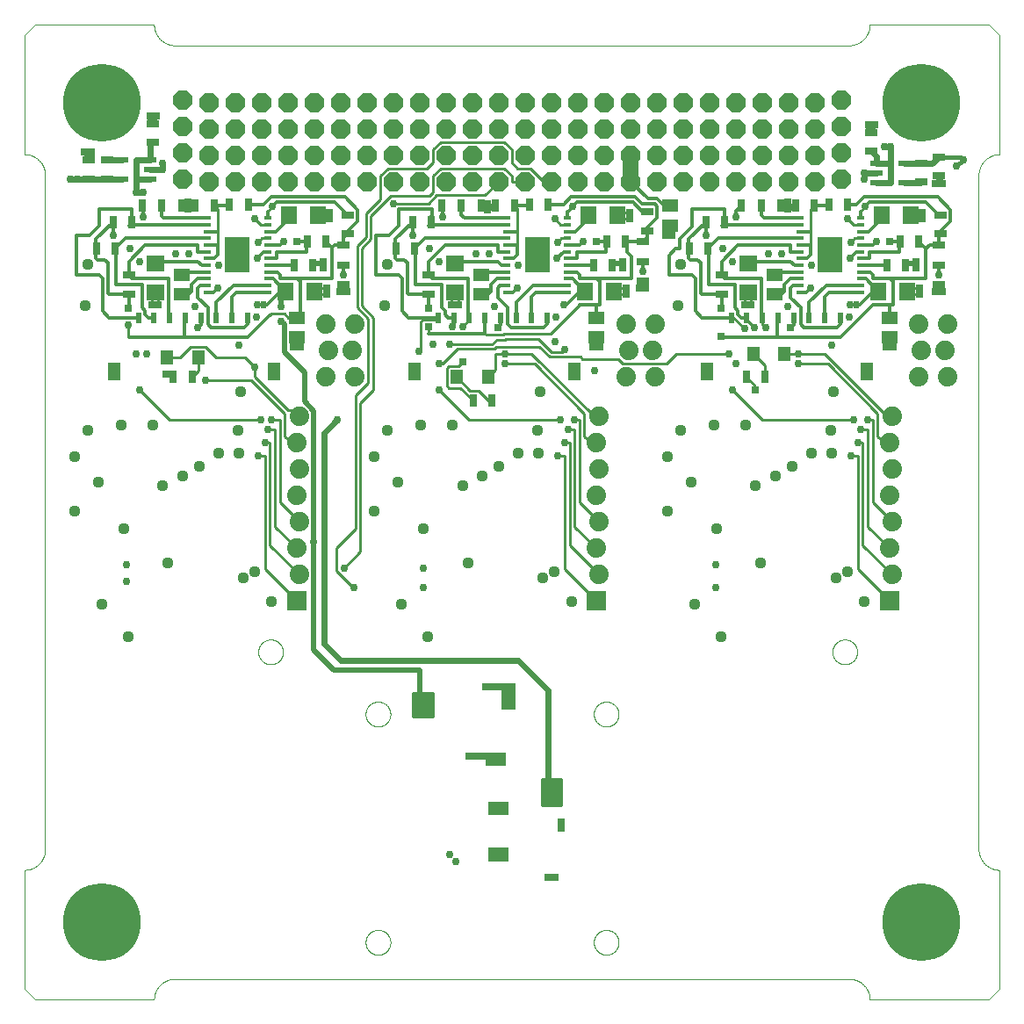
<source format=gtl>
G75*
%MOIN*%
%OFA0B0*%
%FSLAX25Y25*%
%IPPOS*%
%LPD*%
%AMOC8*
5,1,8,0,0,1.08239X$1,22.5*
%
%ADD10C,0.00000*%
%ADD11C,0.29528*%
%ADD12OC8,0.07400*%
%ADD13C,0.04400*%
%ADD14R,0.07400X0.07400*%
%ADD15C,0.07400*%
%ADD16R,0.06299X0.07087*%
%ADD17R,0.05906X0.05118*%
%ADD18R,0.07087X0.06299*%
%ADD19R,0.05118X0.02756*%
%ADD20R,0.02756X0.05118*%
%ADD21R,0.03150X0.04724*%
%ADD22R,0.04724X0.03150*%
%ADD23R,0.02953X0.01181*%
%ADD24R,0.09449X0.13780*%
%ADD25R,0.02362X0.03937*%
%ADD26R,0.04921X0.07087*%
%ADD27R,0.04724X0.02362*%
%ADD28R,0.04724X0.05512*%
%ADD29C,0.01000*%
%ADD30C,0.02978*%
%ADD31R,0.02978X0.02978*%
%ADD32C,0.01200*%
%ADD33C,0.02400*%
%ADD34C,0.02000*%
%ADD35C,0.06000*%
%ADD36C,0.01600*%
%ADD37C,0.00600*%
D10*
X0087864Y0091801D02*
X0091801Y0087864D01*
X0137077Y0087864D01*
X0137079Y0088054D01*
X0137086Y0088244D01*
X0137098Y0088434D01*
X0137114Y0088624D01*
X0137134Y0088813D01*
X0137160Y0089002D01*
X0137189Y0089190D01*
X0137224Y0089377D01*
X0137263Y0089563D01*
X0137306Y0089748D01*
X0137354Y0089933D01*
X0137406Y0090116D01*
X0137462Y0090297D01*
X0137523Y0090477D01*
X0137589Y0090656D01*
X0137658Y0090833D01*
X0137732Y0091009D01*
X0137810Y0091182D01*
X0137893Y0091354D01*
X0137979Y0091523D01*
X0138069Y0091691D01*
X0138164Y0091856D01*
X0138262Y0092019D01*
X0138365Y0092179D01*
X0138471Y0092337D01*
X0138581Y0092492D01*
X0138694Y0092645D01*
X0138812Y0092795D01*
X0138933Y0092941D01*
X0139057Y0093085D01*
X0139185Y0093226D01*
X0139316Y0093364D01*
X0139451Y0093499D01*
X0139589Y0093630D01*
X0139730Y0093758D01*
X0139874Y0093882D01*
X0140020Y0094003D01*
X0140170Y0094121D01*
X0140323Y0094234D01*
X0140478Y0094344D01*
X0140636Y0094450D01*
X0140796Y0094553D01*
X0140959Y0094651D01*
X0141124Y0094746D01*
X0141292Y0094836D01*
X0141461Y0094922D01*
X0141633Y0095005D01*
X0141806Y0095083D01*
X0141982Y0095157D01*
X0142159Y0095226D01*
X0142338Y0095292D01*
X0142518Y0095353D01*
X0142699Y0095409D01*
X0142882Y0095461D01*
X0143067Y0095509D01*
X0143252Y0095552D01*
X0143438Y0095591D01*
X0143625Y0095626D01*
X0143813Y0095655D01*
X0144002Y0095681D01*
X0144191Y0095701D01*
X0144381Y0095717D01*
X0144571Y0095729D01*
X0144761Y0095736D01*
X0144951Y0095738D01*
X0400856Y0095738D01*
X0401046Y0095736D01*
X0401236Y0095729D01*
X0401426Y0095717D01*
X0401616Y0095701D01*
X0401805Y0095681D01*
X0401994Y0095655D01*
X0402182Y0095626D01*
X0402369Y0095591D01*
X0402555Y0095552D01*
X0402740Y0095509D01*
X0402925Y0095461D01*
X0403108Y0095409D01*
X0403289Y0095353D01*
X0403469Y0095292D01*
X0403648Y0095226D01*
X0403825Y0095157D01*
X0404001Y0095083D01*
X0404174Y0095005D01*
X0404346Y0094922D01*
X0404515Y0094836D01*
X0404683Y0094746D01*
X0404848Y0094651D01*
X0405011Y0094553D01*
X0405171Y0094450D01*
X0405329Y0094344D01*
X0405484Y0094234D01*
X0405637Y0094121D01*
X0405787Y0094003D01*
X0405933Y0093882D01*
X0406077Y0093758D01*
X0406218Y0093630D01*
X0406356Y0093499D01*
X0406491Y0093364D01*
X0406622Y0093226D01*
X0406750Y0093085D01*
X0406874Y0092941D01*
X0406995Y0092795D01*
X0407113Y0092645D01*
X0407226Y0092492D01*
X0407336Y0092337D01*
X0407442Y0092179D01*
X0407545Y0092019D01*
X0407643Y0091856D01*
X0407738Y0091691D01*
X0407828Y0091523D01*
X0407914Y0091354D01*
X0407997Y0091182D01*
X0408075Y0091009D01*
X0408149Y0090833D01*
X0408218Y0090656D01*
X0408284Y0090477D01*
X0408345Y0090297D01*
X0408401Y0090116D01*
X0408453Y0089933D01*
X0408501Y0089748D01*
X0408544Y0089563D01*
X0408583Y0089377D01*
X0408618Y0089190D01*
X0408647Y0089002D01*
X0408673Y0088813D01*
X0408693Y0088624D01*
X0408709Y0088434D01*
X0408721Y0088244D01*
X0408728Y0088054D01*
X0408730Y0087864D01*
X0454006Y0087864D01*
X0457943Y0091801D01*
X0457943Y0137077D01*
X0457753Y0137079D01*
X0457563Y0137086D01*
X0457373Y0137098D01*
X0457183Y0137114D01*
X0456994Y0137134D01*
X0456805Y0137160D01*
X0456617Y0137189D01*
X0456430Y0137224D01*
X0456244Y0137263D01*
X0456059Y0137306D01*
X0455874Y0137354D01*
X0455691Y0137406D01*
X0455510Y0137462D01*
X0455330Y0137523D01*
X0455151Y0137589D01*
X0454974Y0137658D01*
X0454798Y0137732D01*
X0454625Y0137810D01*
X0454453Y0137893D01*
X0454284Y0137979D01*
X0454116Y0138069D01*
X0453951Y0138164D01*
X0453788Y0138262D01*
X0453628Y0138365D01*
X0453470Y0138471D01*
X0453315Y0138581D01*
X0453162Y0138694D01*
X0453012Y0138812D01*
X0452866Y0138933D01*
X0452722Y0139057D01*
X0452581Y0139185D01*
X0452443Y0139316D01*
X0452308Y0139451D01*
X0452177Y0139589D01*
X0452049Y0139730D01*
X0451925Y0139874D01*
X0451804Y0140020D01*
X0451686Y0140170D01*
X0451573Y0140323D01*
X0451463Y0140478D01*
X0451357Y0140636D01*
X0451254Y0140796D01*
X0451156Y0140959D01*
X0451061Y0141124D01*
X0450971Y0141292D01*
X0450885Y0141461D01*
X0450802Y0141633D01*
X0450724Y0141806D01*
X0450650Y0141982D01*
X0450581Y0142159D01*
X0450515Y0142338D01*
X0450454Y0142518D01*
X0450398Y0142699D01*
X0450346Y0142882D01*
X0450298Y0143067D01*
X0450255Y0143252D01*
X0450216Y0143438D01*
X0450181Y0143625D01*
X0450152Y0143813D01*
X0450126Y0144002D01*
X0450106Y0144191D01*
X0450090Y0144381D01*
X0450078Y0144571D01*
X0450071Y0144761D01*
X0450069Y0144951D01*
X0450069Y0400856D01*
X0450071Y0401046D01*
X0450078Y0401236D01*
X0450090Y0401426D01*
X0450106Y0401616D01*
X0450126Y0401805D01*
X0450152Y0401994D01*
X0450181Y0402182D01*
X0450216Y0402369D01*
X0450255Y0402555D01*
X0450298Y0402740D01*
X0450346Y0402925D01*
X0450398Y0403108D01*
X0450454Y0403289D01*
X0450515Y0403469D01*
X0450581Y0403648D01*
X0450650Y0403825D01*
X0450724Y0404001D01*
X0450802Y0404174D01*
X0450885Y0404346D01*
X0450971Y0404515D01*
X0451061Y0404683D01*
X0451156Y0404848D01*
X0451254Y0405011D01*
X0451357Y0405171D01*
X0451463Y0405329D01*
X0451573Y0405484D01*
X0451686Y0405637D01*
X0451804Y0405787D01*
X0451925Y0405933D01*
X0452049Y0406077D01*
X0452177Y0406218D01*
X0452308Y0406356D01*
X0452443Y0406491D01*
X0452581Y0406622D01*
X0452722Y0406750D01*
X0452866Y0406874D01*
X0453012Y0406995D01*
X0453162Y0407113D01*
X0453315Y0407226D01*
X0453470Y0407336D01*
X0453628Y0407442D01*
X0453788Y0407545D01*
X0453951Y0407643D01*
X0454116Y0407738D01*
X0454284Y0407828D01*
X0454453Y0407914D01*
X0454625Y0407997D01*
X0454798Y0408075D01*
X0454974Y0408149D01*
X0455151Y0408218D01*
X0455330Y0408284D01*
X0455510Y0408345D01*
X0455691Y0408401D01*
X0455874Y0408453D01*
X0456059Y0408501D01*
X0456244Y0408544D01*
X0456430Y0408583D01*
X0456617Y0408618D01*
X0456805Y0408647D01*
X0456994Y0408673D01*
X0457183Y0408693D01*
X0457373Y0408709D01*
X0457563Y0408721D01*
X0457753Y0408728D01*
X0457943Y0408730D01*
X0457943Y0454006D01*
X0454006Y0457943D01*
X0408730Y0457943D01*
X0408728Y0457753D01*
X0408721Y0457563D01*
X0408709Y0457373D01*
X0408693Y0457183D01*
X0408673Y0456994D01*
X0408647Y0456805D01*
X0408618Y0456617D01*
X0408583Y0456430D01*
X0408544Y0456244D01*
X0408501Y0456059D01*
X0408453Y0455874D01*
X0408401Y0455691D01*
X0408345Y0455510D01*
X0408284Y0455330D01*
X0408218Y0455151D01*
X0408149Y0454974D01*
X0408075Y0454798D01*
X0407997Y0454625D01*
X0407914Y0454453D01*
X0407828Y0454284D01*
X0407738Y0454116D01*
X0407643Y0453951D01*
X0407545Y0453788D01*
X0407442Y0453628D01*
X0407336Y0453470D01*
X0407226Y0453315D01*
X0407113Y0453162D01*
X0406995Y0453012D01*
X0406874Y0452866D01*
X0406750Y0452722D01*
X0406622Y0452581D01*
X0406491Y0452443D01*
X0406356Y0452308D01*
X0406218Y0452177D01*
X0406077Y0452049D01*
X0405933Y0451925D01*
X0405787Y0451804D01*
X0405637Y0451686D01*
X0405484Y0451573D01*
X0405329Y0451463D01*
X0405171Y0451357D01*
X0405011Y0451254D01*
X0404848Y0451156D01*
X0404683Y0451061D01*
X0404515Y0450971D01*
X0404346Y0450885D01*
X0404174Y0450802D01*
X0404001Y0450724D01*
X0403825Y0450650D01*
X0403648Y0450581D01*
X0403469Y0450515D01*
X0403289Y0450454D01*
X0403108Y0450398D01*
X0402925Y0450346D01*
X0402740Y0450298D01*
X0402555Y0450255D01*
X0402369Y0450216D01*
X0402182Y0450181D01*
X0401994Y0450152D01*
X0401805Y0450126D01*
X0401616Y0450106D01*
X0401426Y0450090D01*
X0401236Y0450078D01*
X0401046Y0450071D01*
X0400856Y0450069D01*
X0144951Y0450069D01*
X0144761Y0450071D01*
X0144571Y0450078D01*
X0144381Y0450090D01*
X0144191Y0450106D01*
X0144002Y0450126D01*
X0143813Y0450152D01*
X0143625Y0450181D01*
X0143438Y0450216D01*
X0143252Y0450255D01*
X0143067Y0450298D01*
X0142882Y0450346D01*
X0142699Y0450398D01*
X0142518Y0450454D01*
X0142338Y0450515D01*
X0142159Y0450581D01*
X0141982Y0450650D01*
X0141806Y0450724D01*
X0141633Y0450802D01*
X0141461Y0450885D01*
X0141292Y0450971D01*
X0141124Y0451061D01*
X0140959Y0451156D01*
X0140796Y0451254D01*
X0140636Y0451357D01*
X0140478Y0451463D01*
X0140323Y0451573D01*
X0140170Y0451686D01*
X0140020Y0451804D01*
X0139874Y0451925D01*
X0139730Y0452049D01*
X0139589Y0452177D01*
X0139451Y0452308D01*
X0139316Y0452443D01*
X0139185Y0452581D01*
X0139057Y0452722D01*
X0138933Y0452866D01*
X0138812Y0453012D01*
X0138694Y0453162D01*
X0138581Y0453315D01*
X0138471Y0453470D01*
X0138365Y0453628D01*
X0138262Y0453788D01*
X0138164Y0453951D01*
X0138069Y0454116D01*
X0137979Y0454284D01*
X0137893Y0454453D01*
X0137810Y0454625D01*
X0137732Y0454798D01*
X0137658Y0454974D01*
X0137589Y0455151D01*
X0137523Y0455330D01*
X0137462Y0455510D01*
X0137406Y0455691D01*
X0137354Y0455874D01*
X0137306Y0456059D01*
X0137263Y0456244D01*
X0137224Y0456430D01*
X0137189Y0456617D01*
X0137160Y0456805D01*
X0137134Y0456994D01*
X0137114Y0457183D01*
X0137098Y0457373D01*
X0137086Y0457563D01*
X0137079Y0457753D01*
X0137077Y0457943D01*
X0091801Y0457943D01*
X0087864Y0454006D01*
X0087864Y0408730D01*
X0088054Y0408728D01*
X0088244Y0408721D01*
X0088434Y0408709D01*
X0088624Y0408693D01*
X0088813Y0408673D01*
X0089002Y0408647D01*
X0089190Y0408618D01*
X0089377Y0408583D01*
X0089563Y0408544D01*
X0089748Y0408501D01*
X0089933Y0408453D01*
X0090116Y0408401D01*
X0090297Y0408345D01*
X0090477Y0408284D01*
X0090656Y0408218D01*
X0090833Y0408149D01*
X0091009Y0408075D01*
X0091182Y0407997D01*
X0091354Y0407914D01*
X0091523Y0407828D01*
X0091691Y0407738D01*
X0091856Y0407643D01*
X0092019Y0407545D01*
X0092179Y0407442D01*
X0092337Y0407336D01*
X0092492Y0407226D01*
X0092645Y0407113D01*
X0092795Y0406995D01*
X0092941Y0406874D01*
X0093085Y0406750D01*
X0093226Y0406622D01*
X0093364Y0406491D01*
X0093499Y0406356D01*
X0093630Y0406218D01*
X0093758Y0406077D01*
X0093882Y0405933D01*
X0094003Y0405787D01*
X0094121Y0405637D01*
X0094234Y0405484D01*
X0094344Y0405329D01*
X0094450Y0405171D01*
X0094553Y0405011D01*
X0094651Y0404848D01*
X0094746Y0404683D01*
X0094836Y0404515D01*
X0094922Y0404346D01*
X0095005Y0404174D01*
X0095083Y0404001D01*
X0095157Y0403825D01*
X0095226Y0403648D01*
X0095292Y0403469D01*
X0095353Y0403289D01*
X0095409Y0403108D01*
X0095461Y0402925D01*
X0095509Y0402740D01*
X0095552Y0402555D01*
X0095591Y0402369D01*
X0095626Y0402182D01*
X0095655Y0401994D01*
X0095681Y0401805D01*
X0095701Y0401616D01*
X0095717Y0401426D01*
X0095729Y0401236D01*
X0095736Y0401046D01*
X0095738Y0400856D01*
X0095738Y0144951D01*
X0095736Y0144761D01*
X0095729Y0144571D01*
X0095717Y0144381D01*
X0095701Y0144191D01*
X0095681Y0144002D01*
X0095655Y0143813D01*
X0095626Y0143625D01*
X0095591Y0143438D01*
X0095552Y0143252D01*
X0095509Y0143067D01*
X0095461Y0142882D01*
X0095409Y0142699D01*
X0095353Y0142518D01*
X0095292Y0142338D01*
X0095226Y0142159D01*
X0095157Y0141982D01*
X0095083Y0141806D01*
X0095005Y0141633D01*
X0094922Y0141461D01*
X0094836Y0141292D01*
X0094746Y0141124D01*
X0094651Y0140959D01*
X0094553Y0140796D01*
X0094450Y0140636D01*
X0094344Y0140478D01*
X0094234Y0140323D01*
X0094121Y0140170D01*
X0094003Y0140020D01*
X0093882Y0139874D01*
X0093758Y0139730D01*
X0093630Y0139589D01*
X0093499Y0139451D01*
X0093364Y0139316D01*
X0093226Y0139185D01*
X0093085Y0139057D01*
X0092941Y0138933D01*
X0092795Y0138812D01*
X0092645Y0138694D01*
X0092492Y0138581D01*
X0092337Y0138471D01*
X0092179Y0138365D01*
X0092019Y0138262D01*
X0091856Y0138164D01*
X0091691Y0138069D01*
X0091523Y0137979D01*
X0091354Y0137893D01*
X0091182Y0137810D01*
X0091009Y0137732D01*
X0090833Y0137658D01*
X0090656Y0137589D01*
X0090477Y0137523D01*
X0090297Y0137462D01*
X0090116Y0137406D01*
X0089933Y0137354D01*
X0089748Y0137306D01*
X0089563Y0137263D01*
X0089377Y0137224D01*
X0089190Y0137189D01*
X0089002Y0137160D01*
X0088813Y0137134D01*
X0088624Y0137114D01*
X0088434Y0137098D01*
X0088244Y0137086D01*
X0088054Y0137079D01*
X0087864Y0137077D01*
X0087864Y0091801D01*
X0217391Y0109596D02*
X0217393Y0109733D01*
X0217399Y0109870D01*
X0217409Y0110006D01*
X0217423Y0110142D01*
X0217441Y0110278D01*
X0217462Y0110413D01*
X0217488Y0110547D01*
X0217518Y0110681D01*
X0217551Y0110814D01*
X0217589Y0110945D01*
X0217630Y0111076D01*
X0217675Y0111205D01*
X0217723Y0111333D01*
X0217776Y0111460D01*
X0217832Y0111584D01*
X0217891Y0111708D01*
X0217955Y0111829D01*
X0218021Y0111948D01*
X0218091Y0112066D01*
X0218165Y0112181D01*
X0218242Y0112295D01*
X0218322Y0112406D01*
X0218405Y0112514D01*
X0218492Y0112620D01*
X0218581Y0112724D01*
X0218674Y0112825D01*
X0218769Y0112923D01*
X0218867Y0113018D01*
X0218968Y0113111D01*
X0219072Y0113200D01*
X0219178Y0113287D01*
X0219286Y0113370D01*
X0219397Y0113450D01*
X0219511Y0113527D01*
X0219626Y0113601D01*
X0219743Y0113671D01*
X0219863Y0113737D01*
X0219984Y0113801D01*
X0220108Y0113860D01*
X0220232Y0113916D01*
X0220359Y0113969D01*
X0220487Y0114017D01*
X0220616Y0114062D01*
X0220747Y0114103D01*
X0220878Y0114141D01*
X0221011Y0114174D01*
X0221145Y0114204D01*
X0221279Y0114230D01*
X0221414Y0114251D01*
X0221550Y0114269D01*
X0221686Y0114283D01*
X0221822Y0114293D01*
X0221959Y0114299D01*
X0222096Y0114301D01*
X0222233Y0114299D01*
X0222370Y0114293D01*
X0222506Y0114283D01*
X0222642Y0114269D01*
X0222778Y0114251D01*
X0222913Y0114230D01*
X0223047Y0114204D01*
X0223181Y0114174D01*
X0223314Y0114141D01*
X0223445Y0114103D01*
X0223576Y0114062D01*
X0223705Y0114017D01*
X0223833Y0113969D01*
X0223960Y0113916D01*
X0224084Y0113860D01*
X0224208Y0113801D01*
X0224329Y0113737D01*
X0224448Y0113671D01*
X0224566Y0113601D01*
X0224681Y0113527D01*
X0224795Y0113450D01*
X0224906Y0113370D01*
X0225014Y0113287D01*
X0225120Y0113200D01*
X0225224Y0113111D01*
X0225325Y0113018D01*
X0225423Y0112923D01*
X0225518Y0112825D01*
X0225611Y0112724D01*
X0225700Y0112620D01*
X0225787Y0112514D01*
X0225870Y0112406D01*
X0225950Y0112295D01*
X0226027Y0112181D01*
X0226101Y0112066D01*
X0226171Y0111948D01*
X0226237Y0111829D01*
X0226301Y0111708D01*
X0226360Y0111584D01*
X0226416Y0111460D01*
X0226469Y0111333D01*
X0226517Y0111205D01*
X0226562Y0111076D01*
X0226603Y0110945D01*
X0226641Y0110814D01*
X0226674Y0110681D01*
X0226704Y0110547D01*
X0226730Y0110413D01*
X0226751Y0110278D01*
X0226769Y0110142D01*
X0226783Y0110006D01*
X0226793Y0109870D01*
X0226799Y0109733D01*
X0226801Y0109596D01*
X0226799Y0109459D01*
X0226793Y0109322D01*
X0226783Y0109186D01*
X0226769Y0109050D01*
X0226751Y0108914D01*
X0226730Y0108779D01*
X0226704Y0108645D01*
X0226674Y0108511D01*
X0226641Y0108378D01*
X0226603Y0108247D01*
X0226562Y0108116D01*
X0226517Y0107987D01*
X0226469Y0107859D01*
X0226416Y0107732D01*
X0226360Y0107608D01*
X0226301Y0107484D01*
X0226237Y0107363D01*
X0226171Y0107243D01*
X0226101Y0107126D01*
X0226027Y0107011D01*
X0225950Y0106897D01*
X0225870Y0106786D01*
X0225787Y0106678D01*
X0225700Y0106572D01*
X0225611Y0106468D01*
X0225518Y0106367D01*
X0225423Y0106269D01*
X0225325Y0106174D01*
X0225224Y0106081D01*
X0225120Y0105992D01*
X0225014Y0105905D01*
X0224906Y0105822D01*
X0224795Y0105742D01*
X0224681Y0105665D01*
X0224566Y0105591D01*
X0224449Y0105521D01*
X0224329Y0105455D01*
X0224208Y0105391D01*
X0224084Y0105332D01*
X0223960Y0105276D01*
X0223833Y0105223D01*
X0223705Y0105175D01*
X0223576Y0105130D01*
X0223445Y0105089D01*
X0223314Y0105051D01*
X0223181Y0105018D01*
X0223047Y0104988D01*
X0222913Y0104962D01*
X0222778Y0104941D01*
X0222642Y0104923D01*
X0222506Y0104909D01*
X0222370Y0104899D01*
X0222233Y0104893D01*
X0222096Y0104891D01*
X0221959Y0104893D01*
X0221822Y0104899D01*
X0221686Y0104909D01*
X0221550Y0104923D01*
X0221414Y0104941D01*
X0221279Y0104962D01*
X0221145Y0104988D01*
X0221011Y0105018D01*
X0220878Y0105051D01*
X0220747Y0105089D01*
X0220616Y0105130D01*
X0220487Y0105175D01*
X0220359Y0105223D01*
X0220232Y0105276D01*
X0220108Y0105332D01*
X0219984Y0105391D01*
X0219863Y0105455D01*
X0219743Y0105521D01*
X0219626Y0105591D01*
X0219511Y0105665D01*
X0219397Y0105742D01*
X0219286Y0105822D01*
X0219178Y0105905D01*
X0219072Y0105992D01*
X0218968Y0106081D01*
X0218867Y0106174D01*
X0218769Y0106269D01*
X0218674Y0106367D01*
X0218581Y0106468D01*
X0218492Y0106572D01*
X0218405Y0106678D01*
X0218322Y0106786D01*
X0218242Y0106897D01*
X0218165Y0107011D01*
X0218091Y0107126D01*
X0218021Y0107243D01*
X0217955Y0107363D01*
X0217891Y0107484D01*
X0217832Y0107608D01*
X0217776Y0107732D01*
X0217723Y0107859D01*
X0217675Y0107987D01*
X0217630Y0108116D01*
X0217589Y0108247D01*
X0217551Y0108378D01*
X0217518Y0108511D01*
X0217488Y0108645D01*
X0217462Y0108779D01*
X0217441Y0108914D01*
X0217423Y0109050D01*
X0217409Y0109186D01*
X0217399Y0109322D01*
X0217393Y0109459D01*
X0217391Y0109596D01*
X0217391Y0196211D02*
X0217393Y0196348D01*
X0217399Y0196485D01*
X0217409Y0196621D01*
X0217423Y0196757D01*
X0217441Y0196893D01*
X0217462Y0197028D01*
X0217488Y0197162D01*
X0217518Y0197296D01*
X0217551Y0197429D01*
X0217589Y0197560D01*
X0217630Y0197691D01*
X0217675Y0197820D01*
X0217723Y0197948D01*
X0217776Y0198075D01*
X0217832Y0198199D01*
X0217891Y0198323D01*
X0217955Y0198444D01*
X0218021Y0198563D01*
X0218091Y0198681D01*
X0218165Y0198796D01*
X0218242Y0198910D01*
X0218322Y0199021D01*
X0218405Y0199129D01*
X0218492Y0199235D01*
X0218581Y0199339D01*
X0218674Y0199440D01*
X0218769Y0199538D01*
X0218867Y0199633D01*
X0218968Y0199726D01*
X0219072Y0199815D01*
X0219178Y0199902D01*
X0219286Y0199985D01*
X0219397Y0200065D01*
X0219511Y0200142D01*
X0219626Y0200216D01*
X0219743Y0200286D01*
X0219863Y0200352D01*
X0219984Y0200416D01*
X0220108Y0200475D01*
X0220232Y0200531D01*
X0220359Y0200584D01*
X0220487Y0200632D01*
X0220616Y0200677D01*
X0220747Y0200718D01*
X0220878Y0200756D01*
X0221011Y0200789D01*
X0221145Y0200819D01*
X0221279Y0200845D01*
X0221414Y0200866D01*
X0221550Y0200884D01*
X0221686Y0200898D01*
X0221822Y0200908D01*
X0221959Y0200914D01*
X0222096Y0200916D01*
X0222233Y0200914D01*
X0222370Y0200908D01*
X0222506Y0200898D01*
X0222642Y0200884D01*
X0222778Y0200866D01*
X0222913Y0200845D01*
X0223047Y0200819D01*
X0223181Y0200789D01*
X0223314Y0200756D01*
X0223445Y0200718D01*
X0223576Y0200677D01*
X0223705Y0200632D01*
X0223833Y0200584D01*
X0223960Y0200531D01*
X0224084Y0200475D01*
X0224208Y0200416D01*
X0224329Y0200352D01*
X0224448Y0200286D01*
X0224566Y0200216D01*
X0224681Y0200142D01*
X0224795Y0200065D01*
X0224906Y0199985D01*
X0225014Y0199902D01*
X0225120Y0199815D01*
X0225224Y0199726D01*
X0225325Y0199633D01*
X0225423Y0199538D01*
X0225518Y0199440D01*
X0225611Y0199339D01*
X0225700Y0199235D01*
X0225787Y0199129D01*
X0225870Y0199021D01*
X0225950Y0198910D01*
X0226027Y0198796D01*
X0226101Y0198681D01*
X0226171Y0198563D01*
X0226237Y0198444D01*
X0226301Y0198323D01*
X0226360Y0198199D01*
X0226416Y0198075D01*
X0226469Y0197948D01*
X0226517Y0197820D01*
X0226562Y0197691D01*
X0226603Y0197560D01*
X0226641Y0197429D01*
X0226674Y0197296D01*
X0226704Y0197162D01*
X0226730Y0197028D01*
X0226751Y0196893D01*
X0226769Y0196757D01*
X0226783Y0196621D01*
X0226793Y0196485D01*
X0226799Y0196348D01*
X0226801Y0196211D01*
X0226799Y0196074D01*
X0226793Y0195937D01*
X0226783Y0195801D01*
X0226769Y0195665D01*
X0226751Y0195529D01*
X0226730Y0195394D01*
X0226704Y0195260D01*
X0226674Y0195126D01*
X0226641Y0194993D01*
X0226603Y0194862D01*
X0226562Y0194731D01*
X0226517Y0194602D01*
X0226469Y0194474D01*
X0226416Y0194347D01*
X0226360Y0194223D01*
X0226301Y0194099D01*
X0226237Y0193978D01*
X0226171Y0193858D01*
X0226101Y0193741D01*
X0226027Y0193626D01*
X0225950Y0193512D01*
X0225870Y0193401D01*
X0225787Y0193293D01*
X0225700Y0193187D01*
X0225611Y0193083D01*
X0225518Y0192982D01*
X0225423Y0192884D01*
X0225325Y0192789D01*
X0225224Y0192696D01*
X0225120Y0192607D01*
X0225014Y0192520D01*
X0224906Y0192437D01*
X0224795Y0192357D01*
X0224681Y0192280D01*
X0224566Y0192206D01*
X0224449Y0192136D01*
X0224329Y0192070D01*
X0224208Y0192006D01*
X0224084Y0191947D01*
X0223960Y0191891D01*
X0223833Y0191838D01*
X0223705Y0191790D01*
X0223576Y0191745D01*
X0223445Y0191704D01*
X0223314Y0191666D01*
X0223181Y0191633D01*
X0223047Y0191603D01*
X0222913Y0191577D01*
X0222778Y0191556D01*
X0222642Y0191538D01*
X0222506Y0191524D01*
X0222370Y0191514D01*
X0222233Y0191508D01*
X0222096Y0191506D01*
X0221959Y0191508D01*
X0221822Y0191514D01*
X0221686Y0191524D01*
X0221550Y0191538D01*
X0221414Y0191556D01*
X0221279Y0191577D01*
X0221145Y0191603D01*
X0221011Y0191633D01*
X0220878Y0191666D01*
X0220747Y0191704D01*
X0220616Y0191745D01*
X0220487Y0191790D01*
X0220359Y0191838D01*
X0220232Y0191891D01*
X0220108Y0191947D01*
X0219984Y0192006D01*
X0219863Y0192070D01*
X0219743Y0192136D01*
X0219626Y0192206D01*
X0219511Y0192280D01*
X0219397Y0192357D01*
X0219286Y0192437D01*
X0219178Y0192520D01*
X0219072Y0192607D01*
X0218968Y0192696D01*
X0218867Y0192789D01*
X0218769Y0192884D01*
X0218674Y0192982D01*
X0218581Y0193083D01*
X0218492Y0193187D01*
X0218405Y0193293D01*
X0218322Y0193401D01*
X0218242Y0193512D01*
X0218165Y0193626D01*
X0218091Y0193741D01*
X0218021Y0193858D01*
X0217955Y0193978D01*
X0217891Y0194099D01*
X0217832Y0194223D01*
X0217776Y0194347D01*
X0217723Y0194474D01*
X0217675Y0194602D01*
X0217630Y0194731D01*
X0217589Y0194862D01*
X0217551Y0194993D01*
X0217518Y0195126D01*
X0217488Y0195260D01*
X0217462Y0195394D01*
X0217441Y0195529D01*
X0217423Y0195665D01*
X0217409Y0195801D01*
X0217399Y0195937D01*
X0217393Y0196074D01*
X0217391Y0196211D01*
X0176643Y0219833D02*
X0176645Y0219970D01*
X0176651Y0220107D01*
X0176661Y0220243D01*
X0176675Y0220379D01*
X0176693Y0220515D01*
X0176714Y0220650D01*
X0176740Y0220784D01*
X0176770Y0220918D01*
X0176803Y0221051D01*
X0176841Y0221182D01*
X0176882Y0221313D01*
X0176927Y0221442D01*
X0176975Y0221570D01*
X0177028Y0221697D01*
X0177084Y0221821D01*
X0177143Y0221945D01*
X0177207Y0222066D01*
X0177273Y0222185D01*
X0177343Y0222303D01*
X0177417Y0222418D01*
X0177494Y0222532D01*
X0177574Y0222643D01*
X0177657Y0222751D01*
X0177744Y0222857D01*
X0177833Y0222961D01*
X0177926Y0223062D01*
X0178021Y0223160D01*
X0178119Y0223255D01*
X0178220Y0223348D01*
X0178324Y0223437D01*
X0178430Y0223524D01*
X0178538Y0223607D01*
X0178649Y0223687D01*
X0178763Y0223764D01*
X0178878Y0223838D01*
X0178995Y0223908D01*
X0179115Y0223974D01*
X0179236Y0224038D01*
X0179360Y0224097D01*
X0179484Y0224153D01*
X0179611Y0224206D01*
X0179739Y0224254D01*
X0179868Y0224299D01*
X0179999Y0224340D01*
X0180130Y0224378D01*
X0180263Y0224411D01*
X0180397Y0224441D01*
X0180531Y0224467D01*
X0180666Y0224488D01*
X0180802Y0224506D01*
X0180938Y0224520D01*
X0181074Y0224530D01*
X0181211Y0224536D01*
X0181348Y0224538D01*
X0181485Y0224536D01*
X0181622Y0224530D01*
X0181758Y0224520D01*
X0181894Y0224506D01*
X0182030Y0224488D01*
X0182165Y0224467D01*
X0182299Y0224441D01*
X0182433Y0224411D01*
X0182566Y0224378D01*
X0182697Y0224340D01*
X0182828Y0224299D01*
X0182957Y0224254D01*
X0183085Y0224206D01*
X0183212Y0224153D01*
X0183336Y0224097D01*
X0183460Y0224038D01*
X0183581Y0223974D01*
X0183700Y0223908D01*
X0183818Y0223838D01*
X0183933Y0223764D01*
X0184047Y0223687D01*
X0184158Y0223607D01*
X0184266Y0223524D01*
X0184372Y0223437D01*
X0184476Y0223348D01*
X0184577Y0223255D01*
X0184675Y0223160D01*
X0184770Y0223062D01*
X0184863Y0222961D01*
X0184952Y0222857D01*
X0185039Y0222751D01*
X0185122Y0222643D01*
X0185202Y0222532D01*
X0185279Y0222418D01*
X0185353Y0222303D01*
X0185423Y0222185D01*
X0185489Y0222066D01*
X0185553Y0221945D01*
X0185612Y0221821D01*
X0185668Y0221697D01*
X0185721Y0221570D01*
X0185769Y0221442D01*
X0185814Y0221313D01*
X0185855Y0221182D01*
X0185893Y0221051D01*
X0185926Y0220918D01*
X0185956Y0220784D01*
X0185982Y0220650D01*
X0186003Y0220515D01*
X0186021Y0220379D01*
X0186035Y0220243D01*
X0186045Y0220107D01*
X0186051Y0219970D01*
X0186053Y0219833D01*
X0186051Y0219696D01*
X0186045Y0219559D01*
X0186035Y0219423D01*
X0186021Y0219287D01*
X0186003Y0219151D01*
X0185982Y0219016D01*
X0185956Y0218882D01*
X0185926Y0218748D01*
X0185893Y0218615D01*
X0185855Y0218484D01*
X0185814Y0218353D01*
X0185769Y0218224D01*
X0185721Y0218096D01*
X0185668Y0217969D01*
X0185612Y0217845D01*
X0185553Y0217721D01*
X0185489Y0217600D01*
X0185423Y0217480D01*
X0185353Y0217363D01*
X0185279Y0217248D01*
X0185202Y0217134D01*
X0185122Y0217023D01*
X0185039Y0216915D01*
X0184952Y0216809D01*
X0184863Y0216705D01*
X0184770Y0216604D01*
X0184675Y0216506D01*
X0184577Y0216411D01*
X0184476Y0216318D01*
X0184372Y0216229D01*
X0184266Y0216142D01*
X0184158Y0216059D01*
X0184047Y0215979D01*
X0183933Y0215902D01*
X0183818Y0215828D01*
X0183701Y0215758D01*
X0183581Y0215692D01*
X0183460Y0215628D01*
X0183336Y0215569D01*
X0183212Y0215513D01*
X0183085Y0215460D01*
X0182957Y0215412D01*
X0182828Y0215367D01*
X0182697Y0215326D01*
X0182566Y0215288D01*
X0182433Y0215255D01*
X0182299Y0215225D01*
X0182165Y0215199D01*
X0182030Y0215178D01*
X0181894Y0215160D01*
X0181758Y0215146D01*
X0181622Y0215136D01*
X0181485Y0215130D01*
X0181348Y0215128D01*
X0181211Y0215130D01*
X0181074Y0215136D01*
X0180938Y0215146D01*
X0180802Y0215160D01*
X0180666Y0215178D01*
X0180531Y0215199D01*
X0180397Y0215225D01*
X0180263Y0215255D01*
X0180130Y0215288D01*
X0179999Y0215326D01*
X0179868Y0215367D01*
X0179739Y0215412D01*
X0179611Y0215460D01*
X0179484Y0215513D01*
X0179360Y0215569D01*
X0179236Y0215628D01*
X0179115Y0215692D01*
X0178995Y0215758D01*
X0178878Y0215828D01*
X0178763Y0215902D01*
X0178649Y0215979D01*
X0178538Y0216059D01*
X0178430Y0216142D01*
X0178324Y0216229D01*
X0178220Y0216318D01*
X0178119Y0216411D01*
X0178021Y0216506D01*
X0177926Y0216604D01*
X0177833Y0216705D01*
X0177744Y0216809D01*
X0177657Y0216915D01*
X0177574Y0217023D01*
X0177494Y0217134D01*
X0177417Y0217248D01*
X0177343Y0217363D01*
X0177273Y0217480D01*
X0177207Y0217600D01*
X0177143Y0217721D01*
X0177084Y0217845D01*
X0177028Y0217969D01*
X0176975Y0218096D01*
X0176927Y0218224D01*
X0176882Y0218353D01*
X0176841Y0218484D01*
X0176803Y0218615D01*
X0176770Y0218748D01*
X0176740Y0218882D01*
X0176714Y0219016D01*
X0176693Y0219151D01*
X0176675Y0219287D01*
X0176661Y0219423D01*
X0176651Y0219559D01*
X0176645Y0219696D01*
X0176643Y0219833D01*
X0304006Y0196211D02*
X0304008Y0196348D01*
X0304014Y0196485D01*
X0304024Y0196621D01*
X0304038Y0196757D01*
X0304056Y0196893D01*
X0304077Y0197028D01*
X0304103Y0197162D01*
X0304133Y0197296D01*
X0304166Y0197429D01*
X0304204Y0197560D01*
X0304245Y0197691D01*
X0304290Y0197820D01*
X0304338Y0197948D01*
X0304391Y0198075D01*
X0304447Y0198199D01*
X0304506Y0198323D01*
X0304570Y0198444D01*
X0304636Y0198563D01*
X0304706Y0198681D01*
X0304780Y0198796D01*
X0304857Y0198910D01*
X0304937Y0199021D01*
X0305020Y0199129D01*
X0305107Y0199235D01*
X0305196Y0199339D01*
X0305289Y0199440D01*
X0305384Y0199538D01*
X0305482Y0199633D01*
X0305583Y0199726D01*
X0305687Y0199815D01*
X0305793Y0199902D01*
X0305901Y0199985D01*
X0306012Y0200065D01*
X0306126Y0200142D01*
X0306241Y0200216D01*
X0306358Y0200286D01*
X0306478Y0200352D01*
X0306599Y0200416D01*
X0306723Y0200475D01*
X0306847Y0200531D01*
X0306974Y0200584D01*
X0307102Y0200632D01*
X0307231Y0200677D01*
X0307362Y0200718D01*
X0307493Y0200756D01*
X0307626Y0200789D01*
X0307760Y0200819D01*
X0307894Y0200845D01*
X0308029Y0200866D01*
X0308165Y0200884D01*
X0308301Y0200898D01*
X0308437Y0200908D01*
X0308574Y0200914D01*
X0308711Y0200916D01*
X0308848Y0200914D01*
X0308985Y0200908D01*
X0309121Y0200898D01*
X0309257Y0200884D01*
X0309393Y0200866D01*
X0309528Y0200845D01*
X0309662Y0200819D01*
X0309796Y0200789D01*
X0309929Y0200756D01*
X0310060Y0200718D01*
X0310191Y0200677D01*
X0310320Y0200632D01*
X0310448Y0200584D01*
X0310575Y0200531D01*
X0310699Y0200475D01*
X0310823Y0200416D01*
X0310944Y0200352D01*
X0311063Y0200286D01*
X0311181Y0200216D01*
X0311296Y0200142D01*
X0311410Y0200065D01*
X0311521Y0199985D01*
X0311629Y0199902D01*
X0311735Y0199815D01*
X0311839Y0199726D01*
X0311940Y0199633D01*
X0312038Y0199538D01*
X0312133Y0199440D01*
X0312226Y0199339D01*
X0312315Y0199235D01*
X0312402Y0199129D01*
X0312485Y0199021D01*
X0312565Y0198910D01*
X0312642Y0198796D01*
X0312716Y0198681D01*
X0312786Y0198563D01*
X0312852Y0198444D01*
X0312916Y0198323D01*
X0312975Y0198199D01*
X0313031Y0198075D01*
X0313084Y0197948D01*
X0313132Y0197820D01*
X0313177Y0197691D01*
X0313218Y0197560D01*
X0313256Y0197429D01*
X0313289Y0197296D01*
X0313319Y0197162D01*
X0313345Y0197028D01*
X0313366Y0196893D01*
X0313384Y0196757D01*
X0313398Y0196621D01*
X0313408Y0196485D01*
X0313414Y0196348D01*
X0313416Y0196211D01*
X0313414Y0196074D01*
X0313408Y0195937D01*
X0313398Y0195801D01*
X0313384Y0195665D01*
X0313366Y0195529D01*
X0313345Y0195394D01*
X0313319Y0195260D01*
X0313289Y0195126D01*
X0313256Y0194993D01*
X0313218Y0194862D01*
X0313177Y0194731D01*
X0313132Y0194602D01*
X0313084Y0194474D01*
X0313031Y0194347D01*
X0312975Y0194223D01*
X0312916Y0194099D01*
X0312852Y0193978D01*
X0312786Y0193858D01*
X0312716Y0193741D01*
X0312642Y0193626D01*
X0312565Y0193512D01*
X0312485Y0193401D01*
X0312402Y0193293D01*
X0312315Y0193187D01*
X0312226Y0193083D01*
X0312133Y0192982D01*
X0312038Y0192884D01*
X0311940Y0192789D01*
X0311839Y0192696D01*
X0311735Y0192607D01*
X0311629Y0192520D01*
X0311521Y0192437D01*
X0311410Y0192357D01*
X0311296Y0192280D01*
X0311181Y0192206D01*
X0311064Y0192136D01*
X0310944Y0192070D01*
X0310823Y0192006D01*
X0310699Y0191947D01*
X0310575Y0191891D01*
X0310448Y0191838D01*
X0310320Y0191790D01*
X0310191Y0191745D01*
X0310060Y0191704D01*
X0309929Y0191666D01*
X0309796Y0191633D01*
X0309662Y0191603D01*
X0309528Y0191577D01*
X0309393Y0191556D01*
X0309257Y0191538D01*
X0309121Y0191524D01*
X0308985Y0191514D01*
X0308848Y0191508D01*
X0308711Y0191506D01*
X0308574Y0191508D01*
X0308437Y0191514D01*
X0308301Y0191524D01*
X0308165Y0191538D01*
X0308029Y0191556D01*
X0307894Y0191577D01*
X0307760Y0191603D01*
X0307626Y0191633D01*
X0307493Y0191666D01*
X0307362Y0191704D01*
X0307231Y0191745D01*
X0307102Y0191790D01*
X0306974Y0191838D01*
X0306847Y0191891D01*
X0306723Y0191947D01*
X0306599Y0192006D01*
X0306478Y0192070D01*
X0306358Y0192136D01*
X0306241Y0192206D01*
X0306126Y0192280D01*
X0306012Y0192357D01*
X0305901Y0192437D01*
X0305793Y0192520D01*
X0305687Y0192607D01*
X0305583Y0192696D01*
X0305482Y0192789D01*
X0305384Y0192884D01*
X0305289Y0192982D01*
X0305196Y0193083D01*
X0305107Y0193187D01*
X0305020Y0193293D01*
X0304937Y0193401D01*
X0304857Y0193512D01*
X0304780Y0193626D01*
X0304706Y0193741D01*
X0304636Y0193858D01*
X0304570Y0193978D01*
X0304506Y0194099D01*
X0304447Y0194223D01*
X0304391Y0194347D01*
X0304338Y0194474D01*
X0304290Y0194602D01*
X0304245Y0194731D01*
X0304204Y0194862D01*
X0304166Y0194993D01*
X0304133Y0195126D01*
X0304103Y0195260D01*
X0304077Y0195394D01*
X0304056Y0195529D01*
X0304038Y0195665D01*
X0304024Y0195801D01*
X0304014Y0195937D01*
X0304008Y0196074D01*
X0304006Y0196211D01*
X0304006Y0109596D02*
X0304008Y0109733D01*
X0304014Y0109870D01*
X0304024Y0110006D01*
X0304038Y0110142D01*
X0304056Y0110278D01*
X0304077Y0110413D01*
X0304103Y0110547D01*
X0304133Y0110681D01*
X0304166Y0110814D01*
X0304204Y0110945D01*
X0304245Y0111076D01*
X0304290Y0111205D01*
X0304338Y0111333D01*
X0304391Y0111460D01*
X0304447Y0111584D01*
X0304506Y0111708D01*
X0304570Y0111829D01*
X0304636Y0111948D01*
X0304706Y0112066D01*
X0304780Y0112181D01*
X0304857Y0112295D01*
X0304937Y0112406D01*
X0305020Y0112514D01*
X0305107Y0112620D01*
X0305196Y0112724D01*
X0305289Y0112825D01*
X0305384Y0112923D01*
X0305482Y0113018D01*
X0305583Y0113111D01*
X0305687Y0113200D01*
X0305793Y0113287D01*
X0305901Y0113370D01*
X0306012Y0113450D01*
X0306126Y0113527D01*
X0306241Y0113601D01*
X0306358Y0113671D01*
X0306478Y0113737D01*
X0306599Y0113801D01*
X0306723Y0113860D01*
X0306847Y0113916D01*
X0306974Y0113969D01*
X0307102Y0114017D01*
X0307231Y0114062D01*
X0307362Y0114103D01*
X0307493Y0114141D01*
X0307626Y0114174D01*
X0307760Y0114204D01*
X0307894Y0114230D01*
X0308029Y0114251D01*
X0308165Y0114269D01*
X0308301Y0114283D01*
X0308437Y0114293D01*
X0308574Y0114299D01*
X0308711Y0114301D01*
X0308848Y0114299D01*
X0308985Y0114293D01*
X0309121Y0114283D01*
X0309257Y0114269D01*
X0309393Y0114251D01*
X0309528Y0114230D01*
X0309662Y0114204D01*
X0309796Y0114174D01*
X0309929Y0114141D01*
X0310060Y0114103D01*
X0310191Y0114062D01*
X0310320Y0114017D01*
X0310448Y0113969D01*
X0310575Y0113916D01*
X0310699Y0113860D01*
X0310823Y0113801D01*
X0310944Y0113737D01*
X0311063Y0113671D01*
X0311181Y0113601D01*
X0311296Y0113527D01*
X0311410Y0113450D01*
X0311521Y0113370D01*
X0311629Y0113287D01*
X0311735Y0113200D01*
X0311839Y0113111D01*
X0311940Y0113018D01*
X0312038Y0112923D01*
X0312133Y0112825D01*
X0312226Y0112724D01*
X0312315Y0112620D01*
X0312402Y0112514D01*
X0312485Y0112406D01*
X0312565Y0112295D01*
X0312642Y0112181D01*
X0312716Y0112066D01*
X0312786Y0111948D01*
X0312852Y0111829D01*
X0312916Y0111708D01*
X0312975Y0111584D01*
X0313031Y0111460D01*
X0313084Y0111333D01*
X0313132Y0111205D01*
X0313177Y0111076D01*
X0313218Y0110945D01*
X0313256Y0110814D01*
X0313289Y0110681D01*
X0313319Y0110547D01*
X0313345Y0110413D01*
X0313366Y0110278D01*
X0313384Y0110142D01*
X0313398Y0110006D01*
X0313408Y0109870D01*
X0313414Y0109733D01*
X0313416Y0109596D01*
X0313414Y0109459D01*
X0313408Y0109322D01*
X0313398Y0109186D01*
X0313384Y0109050D01*
X0313366Y0108914D01*
X0313345Y0108779D01*
X0313319Y0108645D01*
X0313289Y0108511D01*
X0313256Y0108378D01*
X0313218Y0108247D01*
X0313177Y0108116D01*
X0313132Y0107987D01*
X0313084Y0107859D01*
X0313031Y0107732D01*
X0312975Y0107608D01*
X0312916Y0107484D01*
X0312852Y0107363D01*
X0312786Y0107243D01*
X0312716Y0107126D01*
X0312642Y0107011D01*
X0312565Y0106897D01*
X0312485Y0106786D01*
X0312402Y0106678D01*
X0312315Y0106572D01*
X0312226Y0106468D01*
X0312133Y0106367D01*
X0312038Y0106269D01*
X0311940Y0106174D01*
X0311839Y0106081D01*
X0311735Y0105992D01*
X0311629Y0105905D01*
X0311521Y0105822D01*
X0311410Y0105742D01*
X0311296Y0105665D01*
X0311181Y0105591D01*
X0311064Y0105521D01*
X0310944Y0105455D01*
X0310823Y0105391D01*
X0310699Y0105332D01*
X0310575Y0105276D01*
X0310448Y0105223D01*
X0310320Y0105175D01*
X0310191Y0105130D01*
X0310060Y0105089D01*
X0309929Y0105051D01*
X0309796Y0105018D01*
X0309662Y0104988D01*
X0309528Y0104962D01*
X0309393Y0104941D01*
X0309257Y0104923D01*
X0309121Y0104909D01*
X0308985Y0104899D01*
X0308848Y0104893D01*
X0308711Y0104891D01*
X0308574Y0104893D01*
X0308437Y0104899D01*
X0308301Y0104909D01*
X0308165Y0104923D01*
X0308029Y0104941D01*
X0307894Y0104962D01*
X0307760Y0104988D01*
X0307626Y0105018D01*
X0307493Y0105051D01*
X0307362Y0105089D01*
X0307231Y0105130D01*
X0307102Y0105175D01*
X0306974Y0105223D01*
X0306847Y0105276D01*
X0306723Y0105332D01*
X0306599Y0105391D01*
X0306478Y0105455D01*
X0306358Y0105521D01*
X0306241Y0105591D01*
X0306126Y0105665D01*
X0306012Y0105742D01*
X0305901Y0105822D01*
X0305793Y0105905D01*
X0305687Y0105992D01*
X0305583Y0106081D01*
X0305482Y0106174D01*
X0305384Y0106269D01*
X0305289Y0106367D01*
X0305196Y0106468D01*
X0305107Y0106572D01*
X0305020Y0106678D01*
X0304937Y0106786D01*
X0304857Y0106897D01*
X0304780Y0107011D01*
X0304706Y0107126D01*
X0304636Y0107243D01*
X0304570Y0107363D01*
X0304506Y0107484D01*
X0304447Y0107608D01*
X0304391Y0107732D01*
X0304338Y0107859D01*
X0304290Y0107987D01*
X0304245Y0108116D01*
X0304204Y0108247D01*
X0304166Y0108378D01*
X0304133Y0108511D01*
X0304103Y0108645D01*
X0304077Y0108779D01*
X0304056Y0108914D01*
X0304038Y0109050D01*
X0304024Y0109186D01*
X0304014Y0109322D01*
X0304008Y0109459D01*
X0304006Y0109596D01*
X0394557Y0219833D02*
X0394559Y0219970D01*
X0394565Y0220107D01*
X0394575Y0220243D01*
X0394589Y0220379D01*
X0394607Y0220515D01*
X0394628Y0220650D01*
X0394654Y0220784D01*
X0394684Y0220918D01*
X0394717Y0221051D01*
X0394755Y0221182D01*
X0394796Y0221313D01*
X0394841Y0221442D01*
X0394889Y0221570D01*
X0394942Y0221697D01*
X0394998Y0221821D01*
X0395057Y0221945D01*
X0395121Y0222066D01*
X0395187Y0222185D01*
X0395257Y0222303D01*
X0395331Y0222418D01*
X0395408Y0222532D01*
X0395488Y0222643D01*
X0395571Y0222751D01*
X0395658Y0222857D01*
X0395747Y0222961D01*
X0395840Y0223062D01*
X0395935Y0223160D01*
X0396033Y0223255D01*
X0396134Y0223348D01*
X0396238Y0223437D01*
X0396344Y0223524D01*
X0396452Y0223607D01*
X0396563Y0223687D01*
X0396677Y0223764D01*
X0396792Y0223838D01*
X0396909Y0223908D01*
X0397029Y0223974D01*
X0397150Y0224038D01*
X0397274Y0224097D01*
X0397398Y0224153D01*
X0397525Y0224206D01*
X0397653Y0224254D01*
X0397782Y0224299D01*
X0397913Y0224340D01*
X0398044Y0224378D01*
X0398177Y0224411D01*
X0398311Y0224441D01*
X0398445Y0224467D01*
X0398580Y0224488D01*
X0398716Y0224506D01*
X0398852Y0224520D01*
X0398988Y0224530D01*
X0399125Y0224536D01*
X0399262Y0224538D01*
X0399399Y0224536D01*
X0399536Y0224530D01*
X0399672Y0224520D01*
X0399808Y0224506D01*
X0399944Y0224488D01*
X0400079Y0224467D01*
X0400213Y0224441D01*
X0400347Y0224411D01*
X0400480Y0224378D01*
X0400611Y0224340D01*
X0400742Y0224299D01*
X0400871Y0224254D01*
X0400999Y0224206D01*
X0401126Y0224153D01*
X0401250Y0224097D01*
X0401374Y0224038D01*
X0401495Y0223974D01*
X0401614Y0223908D01*
X0401732Y0223838D01*
X0401847Y0223764D01*
X0401961Y0223687D01*
X0402072Y0223607D01*
X0402180Y0223524D01*
X0402286Y0223437D01*
X0402390Y0223348D01*
X0402491Y0223255D01*
X0402589Y0223160D01*
X0402684Y0223062D01*
X0402777Y0222961D01*
X0402866Y0222857D01*
X0402953Y0222751D01*
X0403036Y0222643D01*
X0403116Y0222532D01*
X0403193Y0222418D01*
X0403267Y0222303D01*
X0403337Y0222185D01*
X0403403Y0222066D01*
X0403467Y0221945D01*
X0403526Y0221821D01*
X0403582Y0221697D01*
X0403635Y0221570D01*
X0403683Y0221442D01*
X0403728Y0221313D01*
X0403769Y0221182D01*
X0403807Y0221051D01*
X0403840Y0220918D01*
X0403870Y0220784D01*
X0403896Y0220650D01*
X0403917Y0220515D01*
X0403935Y0220379D01*
X0403949Y0220243D01*
X0403959Y0220107D01*
X0403965Y0219970D01*
X0403967Y0219833D01*
X0403965Y0219696D01*
X0403959Y0219559D01*
X0403949Y0219423D01*
X0403935Y0219287D01*
X0403917Y0219151D01*
X0403896Y0219016D01*
X0403870Y0218882D01*
X0403840Y0218748D01*
X0403807Y0218615D01*
X0403769Y0218484D01*
X0403728Y0218353D01*
X0403683Y0218224D01*
X0403635Y0218096D01*
X0403582Y0217969D01*
X0403526Y0217845D01*
X0403467Y0217721D01*
X0403403Y0217600D01*
X0403337Y0217480D01*
X0403267Y0217363D01*
X0403193Y0217248D01*
X0403116Y0217134D01*
X0403036Y0217023D01*
X0402953Y0216915D01*
X0402866Y0216809D01*
X0402777Y0216705D01*
X0402684Y0216604D01*
X0402589Y0216506D01*
X0402491Y0216411D01*
X0402390Y0216318D01*
X0402286Y0216229D01*
X0402180Y0216142D01*
X0402072Y0216059D01*
X0401961Y0215979D01*
X0401847Y0215902D01*
X0401732Y0215828D01*
X0401615Y0215758D01*
X0401495Y0215692D01*
X0401374Y0215628D01*
X0401250Y0215569D01*
X0401126Y0215513D01*
X0400999Y0215460D01*
X0400871Y0215412D01*
X0400742Y0215367D01*
X0400611Y0215326D01*
X0400480Y0215288D01*
X0400347Y0215255D01*
X0400213Y0215225D01*
X0400079Y0215199D01*
X0399944Y0215178D01*
X0399808Y0215160D01*
X0399672Y0215146D01*
X0399536Y0215136D01*
X0399399Y0215130D01*
X0399262Y0215128D01*
X0399125Y0215130D01*
X0398988Y0215136D01*
X0398852Y0215146D01*
X0398716Y0215160D01*
X0398580Y0215178D01*
X0398445Y0215199D01*
X0398311Y0215225D01*
X0398177Y0215255D01*
X0398044Y0215288D01*
X0397913Y0215326D01*
X0397782Y0215367D01*
X0397653Y0215412D01*
X0397525Y0215460D01*
X0397398Y0215513D01*
X0397274Y0215569D01*
X0397150Y0215628D01*
X0397029Y0215692D01*
X0396909Y0215758D01*
X0396792Y0215828D01*
X0396677Y0215902D01*
X0396563Y0215979D01*
X0396452Y0216059D01*
X0396344Y0216142D01*
X0396238Y0216229D01*
X0396134Y0216318D01*
X0396033Y0216411D01*
X0395935Y0216506D01*
X0395840Y0216604D01*
X0395747Y0216705D01*
X0395658Y0216809D01*
X0395571Y0216915D01*
X0395488Y0217023D01*
X0395408Y0217134D01*
X0395331Y0217248D01*
X0395257Y0217363D01*
X0395187Y0217480D01*
X0395121Y0217600D01*
X0395057Y0217721D01*
X0394998Y0217845D01*
X0394942Y0217969D01*
X0394889Y0218096D01*
X0394841Y0218224D01*
X0394796Y0218353D01*
X0394755Y0218484D01*
X0394717Y0218615D01*
X0394684Y0218748D01*
X0394654Y0218882D01*
X0394628Y0219016D01*
X0394607Y0219151D01*
X0394589Y0219287D01*
X0394575Y0219423D01*
X0394565Y0219559D01*
X0394559Y0219696D01*
X0394557Y0219833D01*
D11*
X0428415Y0117392D03*
X0117392Y0117392D03*
X0117392Y0428415D03*
X0428415Y0428415D03*
D12*
X0397904Y0429415D03*
X0387904Y0428415D03*
X0387904Y0418415D03*
X0397904Y0419415D03*
X0397904Y0409415D03*
X0387904Y0408415D03*
X0397904Y0399415D03*
X0387904Y0398415D03*
X0377904Y0398415D03*
X0377904Y0408415D03*
X0377904Y0418415D03*
X0377904Y0428415D03*
X0367904Y0428415D03*
X0367904Y0418415D03*
X0367904Y0408415D03*
X0367904Y0398415D03*
X0357904Y0398415D03*
X0357904Y0408415D03*
X0357904Y0418415D03*
X0357904Y0428415D03*
X0347904Y0428415D03*
X0347904Y0418415D03*
X0347904Y0408415D03*
X0347904Y0398415D03*
X0337904Y0398415D03*
X0327904Y0398415D03*
X0327904Y0408415D03*
X0337904Y0408415D03*
X0337904Y0418415D03*
X0327904Y0418415D03*
X0327904Y0428415D03*
X0337904Y0428415D03*
X0317904Y0428415D03*
X0317904Y0418415D03*
X0317904Y0408415D03*
X0317904Y0398415D03*
X0307904Y0398415D03*
X0307904Y0408415D03*
X0307904Y0418415D03*
X0307904Y0428415D03*
X0297904Y0428415D03*
X0297904Y0418415D03*
X0297904Y0408415D03*
X0297904Y0398415D03*
X0287904Y0398415D03*
X0287904Y0408415D03*
X0287904Y0418415D03*
X0287904Y0428415D03*
X0277904Y0428415D03*
X0267904Y0428415D03*
X0267904Y0418415D03*
X0277904Y0418415D03*
X0277904Y0408415D03*
X0267904Y0408415D03*
X0267904Y0398415D03*
X0277904Y0398415D03*
X0257904Y0398415D03*
X0257904Y0408415D03*
X0257904Y0418415D03*
X0257904Y0428415D03*
X0247904Y0428415D03*
X0247904Y0418415D03*
X0247904Y0408415D03*
X0247904Y0398415D03*
X0237904Y0398415D03*
X0237904Y0408415D03*
X0237904Y0418415D03*
X0237904Y0428415D03*
X0227904Y0428415D03*
X0227904Y0418415D03*
X0227904Y0408415D03*
X0227904Y0398415D03*
X0217904Y0398415D03*
X0207904Y0398415D03*
X0207904Y0408415D03*
X0217904Y0408415D03*
X0217904Y0418415D03*
X0207904Y0418415D03*
X0207904Y0428415D03*
X0217904Y0428415D03*
X0197904Y0428415D03*
X0197904Y0418415D03*
X0197904Y0408415D03*
X0197904Y0398415D03*
X0187904Y0398415D03*
X0187904Y0408415D03*
X0187904Y0418415D03*
X0187904Y0428415D03*
X0177904Y0428415D03*
X0177904Y0418415D03*
X0177904Y0408415D03*
X0177904Y0398415D03*
X0167904Y0398415D03*
X0167904Y0408415D03*
X0167904Y0418415D03*
X0167904Y0428415D03*
X0157904Y0428415D03*
X0147904Y0429415D03*
X0147904Y0419415D03*
X0147904Y0409415D03*
X0157904Y0408415D03*
X0147904Y0399415D03*
X0157904Y0398415D03*
X0157904Y0418415D03*
D13*
X0111860Y0366900D03*
X0110876Y0351152D03*
X0124656Y0305876D03*
X0111860Y0303907D03*
X0106939Y0294065D03*
X0115797Y0284222D03*
X0106939Y0273396D03*
X0125640Y0266506D03*
X0142372Y0253711D03*
X0170915Y0247805D03*
X0175344Y0250266D03*
X0181742Y0238947D03*
X0220689Y0273396D03*
X0229547Y0284222D03*
X0220689Y0294065D03*
X0225610Y0303907D03*
X0238406Y0305876D03*
X0250217Y0305876D03*
X0261635Y0286767D03*
X0254154Y0282854D03*
X0267883Y0290389D03*
X0275404Y0295404D03*
X0282904Y0295404D03*
X0282697Y0303907D03*
X0283681Y0318671D03*
X0331939Y0294065D03*
X0336860Y0303907D03*
X0349656Y0305876D03*
X0361467Y0305876D03*
X0379133Y0290389D03*
X0372885Y0286767D03*
X0365404Y0282854D03*
X0350640Y0266506D03*
X0367372Y0253711D03*
X0395915Y0247805D03*
X0400344Y0250266D03*
X0406742Y0238947D03*
X0352116Y0225659D03*
X0342274Y0237963D03*
X0331939Y0273396D03*
X0340797Y0284222D03*
X0386654Y0295404D03*
X0394154Y0295404D03*
X0393947Y0303907D03*
X0394931Y0318671D03*
X0335876Y0351152D03*
X0336860Y0366900D03*
X0239390Y0266506D03*
X0256122Y0253711D03*
X0231024Y0237963D03*
X0240866Y0225659D03*
X0284665Y0247805D03*
X0289094Y0250266D03*
X0295492Y0238947D03*
X0224626Y0351152D03*
X0225610Y0366900D03*
X0169931Y0318671D03*
X0168947Y0303907D03*
X0169154Y0295404D03*
X0161654Y0295404D03*
X0154133Y0290389D03*
X0147885Y0286767D03*
X0140404Y0282854D03*
X0136467Y0305876D03*
X0117274Y0237963D03*
X0127116Y0225659D03*
D14*
X0191154Y0239154D03*
X0304904Y0239154D03*
X0416154Y0239154D03*
D15*
X0417154Y0249154D03*
X0416154Y0259154D03*
X0417154Y0269154D03*
X0416154Y0279154D03*
X0417154Y0289154D03*
X0416154Y0299154D03*
X0417154Y0309154D03*
X0427404Y0324154D03*
X0428404Y0334154D03*
X0437404Y0334154D03*
X0438404Y0344154D03*
X0427404Y0344154D03*
X0438404Y0324154D03*
X0327154Y0324154D03*
X0326154Y0334154D03*
X0317154Y0334154D03*
X0316154Y0344154D03*
X0327154Y0344154D03*
X0316154Y0324154D03*
X0305904Y0309154D03*
X0304904Y0299154D03*
X0305904Y0289154D03*
X0304904Y0279154D03*
X0305904Y0269154D03*
X0304904Y0259154D03*
X0305904Y0249154D03*
X0213404Y0324154D03*
X0212404Y0334154D03*
X0203404Y0334154D03*
X0202404Y0344154D03*
X0213404Y0344154D03*
X0202404Y0324154D03*
X0192154Y0309154D03*
X0191154Y0299154D03*
X0192154Y0289154D03*
X0191154Y0279154D03*
X0192154Y0269154D03*
X0191154Y0259154D03*
X0192154Y0249154D03*
D16*
X0187000Y0356760D03*
X0198024Y0356760D03*
X0199274Y0385510D03*
X0188250Y0385510D03*
X0302000Y0385510D03*
X0313024Y0385510D03*
X0311774Y0356760D03*
X0300750Y0356760D03*
X0412000Y0356760D03*
X0423024Y0356760D03*
X0424274Y0385510D03*
X0413250Y0385510D03*
D17*
X0416262Y0346750D03*
X0416262Y0339270D03*
X0372512Y0355520D03*
X0372512Y0363000D03*
X0332904Y0381663D03*
X0332904Y0389144D03*
X0305012Y0346750D03*
X0305012Y0339270D03*
X0261262Y0355520D03*
X0261262Y0363000D03*
X0191262Y0346750D03*
X0191262Y0339270D03*
X0147512Y0355520D03*
X0147512Y0363000D03*
D18*
X0137512Y0367272D03*
X0137512Y0356248D03*
X0251262Y0356248D03*
X0251262Y0367272D03*
X0362512Y0367272D03*
X0362512Y0356248D03*
D19*
X0322512Y0360530D03*
X0322512Y0368010D03*
X0322512Y0375490D03*
X0435012Y0374240D03*
X0435012Y0366760D03*
X0435012Y0359280D03*
X0209012Y0359280D03*
X0209012Y0366760D03*
X0209012Y0374240D03*
D20*
X0246282Y0389260D03*
X0253762Y0389260D03*
X0261243Y0389260D03*
X0360032Y0389260D03*
X0367512Y0389260D03*
X0374993Y0389260D03*
X0147493Y0389260D03*
X0140012Y0389260D03*
X0132532Y0389260D03*
D21*
X0128556Y0383010D03*
X0121469Y0383010D03*
X0122306Y0373010D03*
X0115219Y0373010D03*
X0152754Y0389262D03*
X0159840Y0389262D03*
X0165717Y0389545D03*
X0172803Y0389545D03*
X0195219Y0375510D03*
X0197306Y0366760D03*
X0202306Y0375510D03*
X0190219Y0366760D03*
X0228969Y0373010D03*
X0236056Y0373010D03*
X0235219Y0383010D03*
X0242306Y0383010D03*
X0266754Y0389262D03*
X0273840Y0389262D03*
X0279467Y0389545D03*
X0286553Y0389545D03*
X0308969Y0375510D03*
X0316056Y0375510D03*
X0311056Y0366760D03*
X0303969Y0366760D03*
X0340219Y0373010D03*
X0347306Y0373010D03*
X0346469Y0383010D03*
X0353556Y0383010D03*
X0380504Y0389262D03*
X0387590Y0389262D03*
X0393217Y0389545D03*
X0400303Y0389545D03*
X0420219Y0375510D03*
X0422306Y0366760D03*
X0415219Y0366760D03*
X0427306Y0375510D03*
X0368947Y0324154D03*
X0361860Y0324154D03*
X0265197Y0315404D03*
X0258110Y0315404D03*
X0151447Y0324154D03*
X0144360Y0324154D03*
D22*
X0127512Y0355717D03*
X0127512Y0362803D03*
X0119154Y0399360D03*
X0112404Y0399360D03*
X0112404Y0406447D03*
X0119154Y0406447D03*
X0136654Y0413110D03*
X0136654Y0420197D03*
X0210510Y0385588D03*
X0210510Y0378502D03*
X0241262Y0362803D03*
X0241262Y0355717D03*
X0324260Y0379752D03*
X0324260Y0386838D03*
X0352512Y0362803D03*
X0352512Y0355717D03*
X0409404Y0409860D03*
X0409404Y0416947D03*
X0428154Y0405197D03*
X0434904Y0407697D03*
X0434904Y0400610D03*
X0428154Y0398110D03*
X0435510Y0385588D03*
X0435510Y0378502D03*
D23*
X0405278Y0379368D03*
X0405278Y0376809D03*
X0405278Y0374250D03*
X0405278Y0371691D03*
X0405278Y0369132D03*
X0405278Y0366573D03*
X0405278Y0364014D03*
X0405278Y0361455D03*
X0405278Y0358896D03*
X0405278Y0356337D03*
X0382247Y0356337D03*
X0382247Y0358896D03*
X0382247Y0361455D03*
X0382247Y0364014D03*
X0382247Y0366573D03*
X0382247Y0369132D03*
X0382247Y0371691D03*
X0382247Y0374250D03*
X0382247Y0376809D03*
X0382247Y0379368D03*
X0382247Y0381927D03*
X0382247Y0384486D03*
X0405278Y0384486D03*
X0405278Y0381927D03*
X0294028Y0381927D03*
X0294028Y0379368D03*
X0294028Y0376809D03*
X0294028Y0374250D03*
X0294028Y0371691D03*
X0294028Y0369132D03*
X0294028Y0366573D03*
X0294028Y0364014D03*
X0294028Y0361455D03*
X0294028Y0358896D03*
X0294028Y0356337D03*
X0270997Y0356337D03*
X0270997Y0358896D03*
X0270997Y0361455D03*
X0270997Y0364014D03*
X0270997Y0366573D03*
X0270997Y0369132D03*
X0270997Y0371691D03*
X0270997Y0374250D03*
X0270997Y0376809D03*
X0270997Y0379368D03*
X0270997Y0381927D03*
X0270997Y0384486D03*
X0294028Y0384486D03*
X0180278Y0384486D03*
X0180278Y0381927D03*
X0180278Y0379368D03*
X0180278Y0376809D03*
X0180278Y0374250D03*
X0180278Y0371691D03*
X0180278Y0369132D03*
X0180278Y0366573D03*
X0180278Y0364014D03*
X0180278Y0361455D03*
X0180278Y0358896D03*
X0180278Y0356337D03*
X0157247Y0356337D03*
X0157247Y0358896D03*
X0157247Y0361455D03*
X0157247Y0364014D03*
X0157247Y0366573D03*
X0157247Y0369132D03*
X0157247Y0371691D03*
X0157247Y0374250D03*
X0157247Y0376809D03*
X0157247Y0379368D03*
X0157247Y0381927D03*
X0157247Y0384486D03*
D24*
X0168762Y0370510D03*
X0282512Y0370510D03*
X0393762Y0370510D03*
D25*
X0391607Y0346760D03*
X0397512Y0346760D03*
X0385701Y0346760D03*
X0379796Y0346760D03*
X0373890Y0346760D03*
X0367985Y0346760D03*
X0362079Y0346760D03*
X0356174Y0346760D03*
X0286262Y0346760D03*
X0280357Y0346760D03*
X0274451Y0346760D03*
X0268546Y0346760D03*
X0262640Y0346760D03*
X0256735Y0346760D03*
X0250829Y0346760D03*
X0244924Y0346760D03*
X0172512Y0346760D03*
X0166607Y0346760D03*
X0160701Y0346760D03*
X0154796Y0346760D03*
X0148890Y0346760D03*
X0142985Y0346760D03*
X0137079Y0346760D03*
X0131174Y0346760D03*
D26*
X0122099Y0326288D03*
X0182768Y0326288D03*
X0235849Y0326288D03*
X0296518Y0326288D03*
X0347099Y0326288D03*
X0407768Y0326288D03*
D27*
X0411339Y0397913D03*
X0411339Y0401654D03*
X0411339Y0405394D03*
X0421969Y0405394D03*
X0421969Y0397913D03*
X0135719Y0399163D03*
X0135719Y0402904D03*
X0135719Y0406644D03*
X0125089Y0406644D03*
X0125089Y0399163D03*
D28*
X0141998Y0331654D03*
X0153809Y0331654D03*
X0251998Y0324154D03*
X0263809Y0324154D03*
X0364498Y0332904D03*
X0376309Y0332904D03*
D29*
X0381654Y0332904D01*
X0391654Y0332904D01*
X0415404Y0309154D01*
X0417154Y0309154D01*
X0411654Y0310358D02*
X0411654Y0301654D01*
X0414154Y0299154D01*
X0416154Y0299154D01*
X0407904Y0304154D02*
X0405404Y0304154D01*
X0407904Y0304154D02*
X0407904Y0267404D01*
X0416154Y0259154D01*
X0417154Y0269154D02*
X0409854Y0276454D01*
X0409854Y0307904D01*
X0407904Y0307904D01*
X0411654Y0310358D02*
X0392858Y0329154D01*
X0381681Y0329154D01*
X0381654Y0329126D01*
X0368947Y0328455D02*
X0368947Y0324154D01*
X0368947Y0328455D02*
X0364498Y0332904D01*
X0355404Y0332904D02*
X0335404Y0332904D01*
X0331654Y0329154D01*
X0315082Y0329154D01*
X0313132Y0331104D01*
X0299658Y0331104D01*
X0298979Y0331782D01*
X0287253Y0331782D01*
X0283342Y0335693D01*
X0269248Y0335693D01*
X0269116Y0335560D01*
X0266856Y0335560D01*
X0266149Y0334854D01*
X0252354Y0334854D01*
X0246654Y0329154D01*
X0245404Y0329154D01*
X0248336Y0327448D02*
X0249097Y0328209D01*
X0252548Y0328209D01*
X0254154Y0329815D01*
X0251998Y0324154D02*
X0257086Y0319066D01*
X0260224Y0319066D01*
X0263886Y0315404D01*
X0265197Y0315404D01*
X0258110Y0315404D02*
X0253416Y0320098D01*
X0249097Y0320098D01*
X0248336Y0320859D01*
X0248336Y0327448D01*
X0245404Y0319154D02*
X0256634Y0307923D01*
X0291249Y0307923D01*
X0294154Y0304154D02*
X0296654Y0304154D01*
X0296654Y0267404D01*
X0304904Y0259154D01*
X0305904Y0249154D02*
X0294854Y0260204D01*
X0294854Y0299154D01*
X0292904Y0299154D01*
X0292904Y0294154D02*
X0290404Y0294154D01*
X0292904Y0294154D02*
X0292904Y0251154D01*
X0304904Y0239154D01*
X0305904Y0269154D02*
X0298604Y0276454D01*
X0298604Y0307904D01*
X0296654Y0307904D01*
X0300404Y0310358D02*
X0300404Y0301654D01*
X0302904Y0299154D01*
X0304904Y0299154D01*
X0304154Y0309154D02*
X0280404Y0332904D01*
X0270404Y0332904D01*
X0266654Y0332904D01*
X0266654Y0326998D01*
X0263809Y0324154D01*
X0270404Y0329126D02*
X0270431Y0329154D01*
X0281608Y0329154D01*
X0300404Y0310358D01*
X0304154Y0309154D02*
X0305904Y0309154D01*
X0306262Y0335510D02*
X0306262Y0338010D01*
X0305007Y0339265D01*
X0305012Y0339270D01*
X0305007Y0339265D02*
X0303762Y0338020D01*
X0303762Y0335510D01*
X0292904Y0334571D02*
X0291915Y0333582D01*
X0287998Y0333582D01*
X0282870Y0338710D01*
X0270574Y0338710D01*
X0270285Y0338421D01*
X0267171Y0338421D01*
X0265404Y0336654D01*
X0249154Y0336654D01*
X0250404Y0343399D02*
X0250829Y0343825D01*
X0250829Y0346760D01*
X0254181Y0343399D02*
X0256735Y0345952D01*
X0256735Y0346760D01*
X0252512Y0351760D02*
X0252512Y0354998D01*
X0251262Y0356248D01*
X0250012Y0354998D01*
X0250012Y0351760D01*
X0244924Y0346760D02*
X0244207Y0346043D01*
X0239143Y0346043D01*
X0238382Y0345282D01*
X0238382Y0334632D01*
X0237709Y0333959D01*
X0241262Y0340510D02*
X0241262Y0343163D01*
X0241170Y0343254D01*
X0220404Y0346770D02*
X0220404Y0319154D01*
X0215404Y0314154D01*
X0215404Y0257904D01*
X0209154Y0251654D01*
X0206365Y0250498D02*
X0212709Y0244154D01*
X0212904Y0244154D01*
X0206365Y0250498D02*
X0206365Y0259415D01*
X0213604Y0266654D01*
X0213604Y0317282D01*
X0218404Y0322082D01*
X0218404Y0346225D01*
X0214154Y0350475D01*
X0214154Y0373848D01*
X0217562Y0377256D01*
X0217562Y0386135D01*
X0222904Y0391477D01*
X0222904Y0400486D01*
X0225832Y0403415D01*
X0240741Y0403415D01*
X0242904Y0405578D01*
X0242904Y0410486D01*
X0245832Y0413415D01*
X0269975Y0413415D01*
X0272904Y0410486D01*
X0272904Y0405578D01*
X0275066Y0403415D01*
X0279975Y0403415D01*
X0284975Y0398415D01*
X0287904Y0398415D01*
X0277904Y0398415D02*
X0272904Y0398415D01*
X0272904Y0400486D01*
X0269975Y0403415D01*
X0245832Y0403415D01*
X0242904Y0400486D01*
X0242904Y0394203D01*
X0241541Y0392840D01*
X0226813Y0392840D01*
X0219362Y0385390D01*
X0219362Y0376511D01*
X0215954Y0373102D01*
X0215954Y0351220D01*
X0220404Y0346770D01*
X0210262Y0356760D02*
X0210262Y0358030D01*
X0209012Y0359280D01*
X0207762Y0358030D01*
X0207762Y0356760D01*
X0202512Y0355510D02*
X0200012Y0355510D01*
X0198393Y0357129D01*
X0198024Y0356760D01*
X0198393Y0357129D02*
X0199274Y0358010D01*
X0202512Y0358010D01*
X0201262Y0365510D02*
X0201211Y0365604D01*
X0201156Y0365697D01*
X0201098Y0365787D01*
X0201037Y0365875D01*
X0200973Y0365960D01*
X0200905Y0366044D01*
X0200835Y0366124D01*
X0200761Y0366202D01*
X0200685Y0366278D01*
X0200606Y0366350D01*
X0200525Y0366420D01*
X0200441Y0366487D01*
X0200355Y0366550D01*
X0200266Y0366610D01*
X0200176Y0366667D01*
X0200083Y0366721D01*
X0199988Y0366771D01*
X0199892Y0366818D01*
X0199794Y0366861D01*
X0199694Y0366901D01*
X0199593Y0366937D01*
X0199491Y0366969D01*
X0199388Y0366998D01*
X0199284Y0367023D01*
X0199179Y0367043D01*
X0199073Y0367061D01*
X0198967Y0367074D01*
X0198860Y0367083D01*
X0198753Y0367088D01*
X0198646Y0367090D01*
X0198539Y0367088D01*
X0198432Y0367081D01*
X0198325Y0367071D01*
X0198219Y0367057D01*
X0198113Y0367039D01*
X0198008Y0367017D01*
X0197904Y0366992D01*
X0197801Y0366962D01*
X0197699Y0366929D01*
X0197599Y0366892D01*
X0197499Y0366852D01*
X0197402Y0366808D01*
X0197306Y0366760D01*
X0198752Y0368010D01*
X0201262Y0368010D01*
X0200524Y0384260D02*
X0203762Y0384260D01*
X0203762Y0386760D02*
X0200524Y0386760D01*
X0199274Y0385510D01*
X0200524Y0384260D01*
X0182030Y0388777D02*
X0180278Y0387026D01*
X0180278Y0381927D02*
X0177630Y0381927D01*
X0175404Y0384154D01*
X0177918Y0376809D02*
X0176513Y0375404D01*
X0177918Y0376809D02*
X0180278Y0376809D01*
X0171262Y0375510D02*
X0168762Y0373010D01*
X0166262Y0375510D01*
X0166262Y0373010D02*
X0168762Y0370510D01*
X0168762Y0365510D01*
X0168762Y0368010D01*
X0168762Y0370510D01*
X0168762Y0373010D01*
X0168762Y0370510D02*
X0168762Y0375510D01*
X0171262Y0373010D02*
X0168762Y0370510D01*
X0166262Y0370510D01*
X0168762Y0370510D02*
X0166262Y0368010D01*
X0168762Y0368010D02*
X0166262Y0365510D01*
X0168762Y0368010D02*
X0171262Y0365510D01*
X0171262Y0368010D02*
X0168762Y0370510D01*
X0171262Y0370510D01*
X0161262Y0374260D02*
X0161262Y0377904D01*
X0161262Y0387840D01*
X0159840Y0389262D01*
X0150012Y0390510D02*
X0148743Y0390510D01*
X0147493Y0389260D01*
X0148743Y0388010D01*
X0150012Y0388010D01*
X0161262Y0379260D02*
X0161262Y0377904D01*
X0138762Y0354998D02*
X0137512Y0356248D01*
X0136262Y0354998D01*
X0136262Y0351760D01*
X0138762Y0351760D02*
X0138762Y0354998D01*
X0127420Y0343871D02*
X0127420Y0339504D01*
X0141998Y0331654D02*
X0146852Y0331654D01*
X0150908Y0335709D01*
X0156710Y0335709D01*
X0160766Y0331654D01*
X0171654Y0331654D01*
X0175404Y0327904D01*
X0175404Y0324154D01*
X0187904Y0311654D01*
X0189654Y0311654D01*
X0192154Y0309154D01*
X0190404Y0309154D01*
X0186654Y0310358D02*
X0186654Y0301654D01*
X0189154Y0299154D01*
X0191154Y0299154D01*
X0182904Y0304154D02*
X0180404Y0304154D01*
X0182904Y0304154D02*
X0182904Y0267404D01*
X0191154Y0259154D01*
X0192154Y0269154D02*
X0184854Y0276454D01*
X0184854Y0307904D01*
X0181654Y0307904D01*
X0177499Y0307923D02*
X0142884Y0307923D01*
X0131654Y0319154D01*
X0141654Y0325404D02*
X0143110Y0325404D01*
X0144360Y0324154D01*
X0151447Y0324154D02*
X0153809Y0326516D01*
X0153809Y0331654D01*
X0156681Y0322904D02*
X0174108Y0322904D01*
X0186654Y0310358D01*
X0181104Y0299154D02*
X0179154Y0299154D01*
X0181104Y0299154D02*
X0181104Y0260204D01*
X0192154Y0249154D01*
X0191154Y0239154D02*
X0179154Y0251154D01*
X0179154Y0294154D01*
X0176654Y0294154D01*
X0156654Y0322876D02*
X0156681Y0322904D01*
X0180780Y0347527D02*
X0181445Y0348193D01*
X0186559Y0348193D01*
X0188001Y0346750D01*
X0191262Y0346750D01*
X0191262Y0339270D02*
X0191257Y0339265D01*
X0192512Y0338010D01*
X0192512Y0335510D01*
X0190012Y0335510D02*
X0190012Y0338020D01*
X0191257Y0339265D01*
X0180012Y0351760D02*
X0178762Y0351760D01*
X0176262Y0351760D01*
X0227968Y0390051D02*
X0241298Y0390051D01*
X0244366Y0393119D01*
X0262607Y0393119D01*
X0267904Y0398415D01*
X0263762Y0390010D02*
X0262493Y0390510D01*
X0261243Y0389260D01*
X0262493Y0388010D01*
X0263762Y0387510D01*
X0273840Y0389262D02*
X0275012Y0388090D01*
X0275012Y0379154D01*
X0275012Y0379260D01*
X0275012Y0379154D02*
X0275012Y0374260D01*
X0280012Y0373010D02*
X0282512Y0370510D01*
X0282512Y0365510D01*
X0282512Y0368010D01*
X0282512Y0370510D01*
X0282512Y0373010D01*
X0280012Y0375510D01*
X0282512Y0375510D02*
X0282512Y0370510D01*
X0285012Y0373010D01*
X0282512Y0373010D02*
X0285012Y0375510D01*
X0285012Y0370510D02*
X0282512Y0370510D01*
X0280012Y0370510D01*
X0282512Y0370510D02*
X0280012Y0368010D01*
X0282512Y0368010D02*
X0280012Y0365510D01*
X0282512Y0368010D02*
X0285012Y0365510D01*
X0285012Y0368010D02*
X0282512Y0370510D01*
X0290263Y0375404D02*
X0291668Y0376809D01*
X0294028Y0376809D01*
X0294028Y0381927D02*
X0291380Y0381927D01*
X0289154Y0384154D01*
X0294028Y0387026D02*
X0295780Y0388777D01*
X0313024Y0385510D02*
X0314274Y0384260D01*
X0317512Y0384260D01*
X0317512Y0386760D02*
X0314274Y0386760D01*
X0313024Y0385510D01*
X0312502Y0368010D02*
X0311056Y0366760D01*
X0312502Y0368010D02*
X0315012Y0368010D01*
X0315012Y0365510D02*
X0314961Y0365604D01*
X0314906Y0365697D01*
X0314848Y0365787D01*
X0314787Y0365875D01*
X0314723Y0365960D01*
X0314655Y0366044D01*
X0314585Y0366124D01*
X0314511Y0366202D01*
X0314435Y0366278D01*
X0314356Y0366350D01*
X0314275Y0366420D01*
X0314191Y0366487D01*
X0314105Y0366550D01*
X0314016Y0366610D01*
X0313926Y0366667D01*
X0313833Y0366721D01*
X0313738Y0366771D01*
X0313642Y0366818D01*
X0313544Y0366861D01*
X0313444Y0366901D01*
X0313343Y0366937D01*
X0313241Y0366969D01*
X0313138Y0366998D01*
X0313034Y0367023D01*
X0312929Y0367043D01*
X0312823Y0367061D01*
X0312717Y0367074D01*
X0312610Y0367083D01*
X0312503Y0367088D01*
X0312396Y0367090D01*
X0312289Y0367088D01*
X0312182Y0367081D01*
X0312075Y0367071D01*
X0311969Y0367057D01*
X0311863Y0367039D01*
X0311758Y0367017D01*
X0311654Y0366992D01*
X0311551Y0366962D01*
X0311449Y0366929D01*
X0311349Y0366892D01*
X0311249Y0366852D01*
X0311152Y0366808D01*
X0311056Y0366760D01*
X0313024Y0358010D02*
X0312143Y0357129D01*
X0313762Y0355510D01*
X0316262Y0355510D01*
X0316262Y0358010D02*
X0313024Y0358010D01*
X0312143Y0357129D02*
X0311774Y0356760D01*
X0321262Y0358010D02*
X0321262Y0359280D01*
X0322512Y0360530D01*
X0323762Y0359280D01*
X0323762Y0358010D01*
X0298762Y0351760D02*
X0287512Y0340510D01*
X0269829Y0340510D01*
X0269540Y0340221D01*
X0263086Y0340221D01*
X0262512Y0340795D01*
X0262512Y0340510D01*
X0292512Y0351760D02*
X0293762Y0351760D01*
X0352420Y0339504D02*
X0352420Y0339352D01*
X0352512Y0339260D01*
X0356174Y0346760D02*
X0357005Y0346760D01*
X0361262Y0342503D01*
X0362079Y0345865D02*
X0365040Y0342904D01*
X0367985Y0344072D02*
X0369154Y0342904D01*
X0367985Y0344072D02*
X0367985Y0346760D01*
X0362079Y0346760D02*
X0362079Y0345865D01*
X0361262Y0351760D02*
X0361262Y0354998D01*
X0362512Y0356248D01*
X0363762Y0354998D01*
X0363762Y0351760D01*
X0386262Y0374260D02*
X0386262Y0377904D01*
X0386262Y0387934D01*
X0387590Y0389262D01*
X0386262Y0379260D02*
X0386262Y0377904D01*
X0391262Y0375510D02*
X0393762Y0373010D01*
X0393762Y0370510D01*
X0393762Y0365510D01*
X0393762Y0368010D01*
X0393762Y0370510D01*
X0393762Y0375510D01*
X0393762Y0373010D02*
X0396262Y0375510D01*
X0396262Y0373010D02*
X0393762Y0370510D01*
X0391262Y0373010D01*
X0391262Y0370510D02*
X0393762Y0370510D01*
X0396262Y0370510D01*
X0393762Y0370510D02*
X0396262Y0368010D01*
X0393762Y0368010D02*
X0391262Y0365510D01*
X0391262Y0368010D02*
X0393762Y0370510D01*
X0393762Y0368010D02*
X0396262Y0365510D01*
X0401513Y0375404D02*
X0402918Y0376809D01*
X0405278Y0376809D01*
X0405278Y0381927D02*
X0402630Y0381927D01*
X0400404Y0384154D01*
X0405278Y0387026D02*
X0407030Y0388777D01*
X0411339Y0405394D02*
X0411348Y0405404D01*
X0425524Y0386760D02*
X0424274Y0385510D01*
X0425524Y0384260D01*
X0428762Y0384260D01*
X0428762Y0386760D02*
X0425524Y0386760D01*
X0426262Y0368010D02*
X0423752Y0368010D01*
X0422306Y0366760D01*
X0422402Y0366808D01*
X0422499Y0366852D01*
X0422599Y0366892D01*
X0422699Y0366929D01*
X0422801Y0366962D01*
X0422904Y0366992D01*
X0423008Y0367017D01*
X0423113Y0367039D01*
X0423219Y0367057D01*
X0423325Y0367071D01*
X0423432Y0367081D01*
X0423539Y0367088D01*
X0423646Y0367090D01*
X0423753Y0367088D01*
X0423860Y0367083D01*
X0423967Y0367074D01*
X0424073Y0367061D01*
X0424179Y0367043D01*
X0424284Y0367023D01*
X0424388Y0366998D01*
X0424491Y0366969D01*
X0424593Y0366937D01*
X0424694Y0366901D01*
X0424794Y0366861D01*
X0424892Y0366818D01*
X0424988Y0366771D01*
X0425083Y0366721D01*
X0425176Y0366667D01*
X0425266Y0366610D01*
X0425355Y0366550D01*
X0425441Y0366487D01*
X0425525Y0366420D01*
X0425606Y0366350D01*
X0425685Y0366278D01*
X0425761Y0366202D01*
X0425835Y0366124D01*
X0425905Y0366044D01*
X0425973Y0365960D01*
X0426037Y0365875D01*
X0426098Y0365787D01*
X0426156Y0365697D01*
X0426211Y0365604D01*
X0426262Y0365510D01*
X0427512Y0358010D02*
X0424274Y0358010D01*
X0423393Y0357129D01*
X0425012Y0355510D01*
X0427512Y0355510D01*
X0423393Y0357129D02*
X0423024Y0356760D01*
X0433762Y0356760D02*
X0433762Y0358030D01*
X0435012Y0359280D01*
X0436262Y0358030D01*
X0436262Y0356760D01*
X0417512Y0338010D02*
X0416257Y0339265D01*
X0416262Y0339270D01*
X0416257Y0339265D02*
X0415012Y0338020D01*
X0415012Y0335510D01*
X0417512Y0335510D02*
X0417512Y0338010D01*
X0405012Y0351760D02*
X0403762Y0351760D01*
X0377512Y0388010D02*
X0376654Y0388010D01*
X0376243Y0388010D01*
X0374993Y0389260D01*
X0376243Y0390510D01*
X0377512Y0390510D01*
X0361860Y0324154D02*
X0365404Y0320610D01*
X0365404Y0319313D01*
X0356654Y0319154D02*
X0367884Y0307923D01*
X0402499Y0307923D01*
X0404154Y0299154D02*
X0406104Y0299154D01*
X0406104Y0260204D01*
X0417154Y0249154D01*
X0416154Y0239154D02*
X0404154Y0251154D01*
X0404154Y0294154D01*
X0401654Y0294154D01*
X0291654Y0171654D02*
X0284154Y0171654D01*
X0284154Y0161654D01*
X0291654Y0161654D01*
X0291654Y0171654D01*
X0291654Y0170787D02*
X0284154Y0170787D01*
X0284154Y0169789D02*
X0291654Y0169789D01*
X0291654Y0168790D02*
X0284154Y0168790D01*
X0284154Y0167792D02*
X0291654Y0167792D01*
X0291654Y0166793D02*
X0284154Y0166793D01*
X0284154Y0165795D02*
X0291654Y0165795D01*
X0291654Y0164796D02*
X0284154Y0164796D01*
X0284154Y0163798D02*
X0291654Y0163798D01*
X0291654Y0162799D02*
X0284154Y0162799D01*
X0284154Y0161801D02*
X0291654Y0161801D01*
X0242904Y0195404D02*
X0235404Y0195404D01*
X0235404Y0204154D01*
X0242904Y0204154D01*
X0242904Y0195404D01*
X0242904Y0195750D02*
X0235404Y0195750D01*
X0235404Y0196749D02*
X0242904Y0196749D01*
X0242904Y0197747D02*
X0235404Y0197747D01*
X0235404Y0198746D02*
X0242904Y0198746D01*
X0242904Y0199744D02*
X0235404Y0199744D01*
X0235404Y0200743D02*
X0242904Y0200743D01*
X0242904Y0201741D02*
X0235404Y0201741D01*
X0235404Y0202740D02*
X0242904Y0202740D01*
X0242904Y0203738D02*
X0235404Y0203738D01*
X0135719Y0406644D02*
X0135709Y0406654D01*
X0135719Y0411978D02*
X0136654Y0413110D01*
D30*
X0140404Y0405404D03*
X0140404Y0402904D03*
X0132904Y0394154D03*
X0130404Y0394154D03*
X0132904Y0384816D03*
X0127904Y0372904D03*
X0131654Y0367904D03*
X0145404Y0370899D03*
X0150404Y0370899D03*
X0161654Y0366654D03*
X0161262Y0358010D03*
X0152478Y0350829D03*
X0153762Y0343010D03*
X0169154Y0336371D03*
X0175404Y0327904D03*
X0175982Y0346816D03*
X0176262Y0351760D03*
X0178762Y0351760D03*
X0185404Y0350981D03*
X0185404Y0345404D03*
X0176262Y0369260D03*
X0176513Y0375404D03*
X0175404Y0384154D03*
X0182030Y0388777D03*
X0186262Y0375510D03*
X0209012Y0363010D03*
X0235404Y0377904D03*
X0241654Y0372904D03*
X0245404Y0367904D03*
X0259154Y0370899D03*
X0264154Y0370899D03*
X0275404Y0366654D03*
X0275012Y0358010D03*
X0266228Y0350829D03*
X0254181Y0343399D03*
X0250404Y0343399D03*
X0249154Y0336654D03*
X0242904Y0336654D03*
X0237709Y0333959D03*
X0245404Y0329154D03*
X0245404Y0319154D03*
X0270404Y0329126D03*
X0270404Y0332904D03*
X0289154Y0337621D03*
X0292904Y0334571D03*
X0289732Y0346816D03*
X0292512Y0351760D03*
X0290012Y0369260D03*
X0290263Y0375404D03*
X0300012Y0375510D03*
X0289154Y0384154D03*
X0295780Y0388777D03*
X0322512Y0364260D03*
X0346654Y0377904D03*
X0352904Y0372904D03*
X0356654Y0367904D03*
X0370404Y0370899D03*
X0375404Y0370899D03*
X0386654Y0366654D03*
X0386262Y0358010D03*
X0377478Y0350829D03*
X0369154Y0342904D03*
X0365040Y0342904D03*
X0361262Y0342503D03*
X0355404Y0332904D03*
X0357904Y0329126D03*
X0356654Y0319154D03*
X0381654Y0329126D03*
X0381654Y0332904D03*
X0394154Y0336371D03*
X0400982Y0346816D03*
X0401262Y0351760D03*
X0403762Y0351760D03*
X0401262Y0369260D03*
X0401513Y0375404D03*
X0400404Y0384154D03*
X0407030Y0388777D03*
X0406654Y0399154D03*
X0406654Y0401654D03*
X0414154Y0411654D03*
X0416654Y0411654D03*
X0441654Y0404154D03*
X0444154Y0406654D03*
X0411262Y0375510D03*
X0435012Y0363010D03*
X0407904Y0307904D03*
X0405404Y0304154D03*
X0402499Y0307923D03*
X0404154Y0299154D03*
X0401654Y0294154D03*
X0350404Y0252904D03*
X0350404Y0244154D03*
X0290404Y0294154D03*
X0292904Y0299154D03*
X0294154Y0304154D03*
X0296654Y0307904D03*
X0291249Y0307923D03*
X0304154Y0326654D03*
X0357904Y0384816D03*
X0246654Y0384816D03*
X0227968Y0390051D03*
X0156654Y0322876D03*
X0134154Y0332904D03*
X0130115Y0332904D03*
X0131654Y0319154D03*
X0127420Y0343871D03*
X0121654Y0377904D03*
X0107904Y0399154D03*
X0105404Y0399154D03*
X0177499Y0307923D03*
X0181654Y0307904D03*
X0180404Y0304154D03*
X0179154Y0299154D03*
X0176654Y0294154D03*
X0206654Y0307904D03*
X0197654Y0261654D03*
X0209154Y0251654D03*
X0212904Y0244154D03*
X0239154Y0244154D03*
X0239154Y0251654D03*
X0240404Y0201654D03*
X0240404Y0199154D03*
X0240404Y0196654D03*
X0237904Y0196654D03*
X0237904Y0199154D03*
X0237904Y0201654D03*
X0286654Y0169154D03*
X0289154Y0169154D03*
X0289154Y0166654D03*
X0289154Y0164154D03*
X0286654Y0164154D03*
X0286654Y0166654D03*
X0251654Y0140404D03*
X0249154Y0142904D03*
X0126654Y0246654D03*
X0126654Y0252904D03*
D31*
X0141654Y0325404D03*
X0138762Y0351760D03*
X0136262Y0351760D03*
X0127420Y0350266D03*
X0166262Y0365510D03*
X0166262Y0368010D03*
X0166262Y0370510D03*
X0166262Y0373010D03*
X0166262Y0375510D03*
X0168762Y0375510D03*
X0168762Y0373010D03*
X0168762Y0370510D03*
X0168762Y0368010D03*
X0168762Y0365510D03*
X0171262Y0365510D03*
X0171262Y0368010D03*
X0171262Y0370510D03*
X0171262Y0373010D03*
X0171262Y0375510D03*
X0191262Y0375510D03*
X0201262Y0368010D03*
X0201262Y0365510D03*
X0202512Y0358010D03*
X0202512Y0355510D03*
X0207762Y0356760D03*
X0210262Y0356760D03*
X0192512Y0335510D03*
X0190012Y0335510D03*
X0203762Y0384260D03*
X0203762Y0386760D03*
X0241170Y0350266D03*
X0250012Y0351760D03*
X0252512Y0351760D03*
X0241170Y0343254D03*
X0254154Y0329815D03*
X0267512Y0343010D03*
X0280012Y0365510D03*
X0280012Y0368010D03*
X0280012Y0370510D03*
X0280012Y0373010D03*
X0280012Y0375510D03*
X0282512Y0375510D03*
X0282512Y0373010D03*
X0282512Y0370510D03*
X0282512Y0368010D03*
X0282512Y0365510D03*
X0285012Y0365510D03*
X0285012Y0368010D03*
X0285012Y0370510D03*
X0285012Y0373010D03*
X0285012Y0375510D03*
X0305012Y0375510D03*
X0315012Y0368010D03*
X0315012Y0365510D03*
X0316262Y0358010D03*
X0316262Y0355510D03*
X0321262Y0358010D03*
X0323762Y0358010D03*
X0331262Y0378010D03*
X0333762Y0378010D03*
X0317512Y0384260D03*
X0317512Y0386760D03*
X0352420Y0350266D03*
X0361262Y0351760D03*
X0363762Y0351760D03*
X0352420Y0339504D03*
X0365404Y0319313D03*
X0378762Y0343010D03*
X0391262Y0365510D03*
X0391262Y0368010D03*
X0391262Y0370510D03*
X0391262Y0373010D03*
X0391262Y0375510D03*
X0393762Y0375510D03*
X0393762Y0373010D03*
X0393762Y0370510D03*
X0393762Y0368010D03*
X0393762Y0365510D03*
X0396262Y0365510D03*
X0396262Y0368010D03*
X0396262Y0370510D03*
X0396262Y0373010D03*
X0396262Y0375510D03*
X0377512Y0388010D03*
X0377512Y0390510D03*
X0408262Y0420010D03*
X0410762Y0420010D03*
X0433762Y0397760D03*
X0436262Y0397760D03*
X0428762Y0386760D03*
X0428762Y0384260D03*
X0416262Y0375510D03*
X0426262Y0368010D03*
X0426262Y0365510D03*
X0427512Y0358010D03*
X0427512Y0355510D03*
X0433762Y0356760D03*
X0436262Y0356760D03*
X0417512Y0335510D03*
X0415012Y0335510D03*
X0306262Y0335510D03*
X0303762Y0335510D03*
X0263762Y0387510D03*
X0263762Y0390010D03*
X0150012Y0390510D03*
X0150012Y0388010D03*
X0138012Y0423260D03*
X0135512Y0423260D03*
X0113262Y0409510D03*
X0110762Y0409510D03*
X0262904Y0206654D03*
X0265404Y0206654D03*
X0267904Y0206654D03*
X0270404Y0206654D03*
X0272904Y0206654D03*
X0272904Y0204154D03*
X0272904Y0201654D03*
X0272904Y0199154D03*
X0270404Y0199154D03*
X0270404Y0201654D03*
X0270404Y0204154D03*
X0269154Y0180404D03*
X0269154Y0177904D03*
X0266654Y0177904D03*
X0266654Y0180404D03*
X0264154Y0180404D03*
X0264154Y0177904D03*
X0261654Y0180404D03*
X0259154Y0180404D03*
X0256654Y0180404D03*
X0265404Y0161654D03*
X0267904Y0161654D03*
X0270404Y0161654D03*
X0270404Y0159154D03*
X0267904Y0159154D03*
X0265404Y0159154D03*
X0265404Y0144154D03*
X0267904Y0144154D03*
X0270404Y0144154D03*
X0270404Y0141654D03*
X0267904Y0141654D03*
X0265404Y0141654D03*
X0286654Y0134154D03*
X0289154Y0134154D03*
X0291654Y0152904D03*
X0291654Y0155404D03*
D32*
X0262512Y0340510D02*
X0241262Y0340510D01*
X0244924Y0346760D02*
X0233762Y0346760D01*
X0231262Y0349260D01*
X0231262Y0361760D01*
X0230012Y0363010D01*
X0221262Y0363010D01*
X0221262Y0378010D01*
X0226262Y0378010D01*
X0230012Y0381760D01*
X0230012Y0388010D01*
X0242512Y0388010D01*
X0242502Y0388000D01*
X0242306Y0383010D01*
X0243585Y0381927D01*
X0270997Y0381927D01*
X0270997Y0379368D02*
X0273654Y0379368D01*
X0273762Y0379260D01*
X0275012Y0379260D01*
X0270997Y0376809D02*
X0240052Y0376809D01*
X0236056Y0373010D01*
X0236262Y0373000D01*
X0236262Y0359260D01*
X0246262Y0359260D01*
X0246262Y0350551D01*
X0247505Y0349308D01*
X0247505Y0348018D01*
X0248762Y0346760D01*
X0250829Y0346760D01*
X0256262Y0348482D02*
X0256262Y0361760D01*
X0242502Y0361760D01*
X0241262Y0362803D01*
X0241262Y0368010D01*
X0247512Y0374260D01*
X0267512Y0374260D01*
X0267512Y0371760D01*
X0270928Y0371760D01*
X0270997Y0371691D01*
X0270997Y0369132D02*
X0273634Y0369132D01*
X0275012Y0370510D01*
X0275012Y0374260D01*
X0271006Y0374260D01*
X0270997Y0374250D01*
X0267512Y0368010D02*
X0268949Y0366573D01*
X0270997Y0366573D01*
X0270997Y0364014D02*
X0261026Y0364014D01*
X0261262Y0363000D01*
X0265012Y0359260D02*
X0265012Y0356760D01*
X0263772Y0355520D01*
X0261262Y0355520D01*
X0265012Y0359260D02*
X0267207Y0361455D01*
X0270997Y0361455D01*
X0270997Y0358896D02*
X0268398Y0358896D01*
X0267512Y0358010D01*
X0267512Y0354260D01*
X0271262Y0350510D01*
X0271262Y0344260D01*
X0272512Y0343010D01*
X0285012Y0343010D01*
X0286262Y0344260D01*
X0286262Y0346760D01*
X0280357Y0346760D02*
X0280357Y0354605D01*
X0282089Y0356337D01*
X0294028Y0356337D01*
X0294028Y0358896D02*
X0280898Y0358896D01*
X0274451Y0352449D01*
X0274451Y0346760D01*
X0268546Y0346760D02*
X0268546Y0344044D01*
X0267512Y0343010D01*
X0262512Y0340510D02*
X0262512Y0346632D01*
X0262640Y0346760D01*
X0256735Y0346760D02*
X0256262Y0348482D01*
X0245012Y0346849D02*
X0244924Y0346760D01*
X0241252Y0350348D02*
X0241252Y0355510D01*
X0233762Y0355510D01*
X0233262Y0356010D01*
X0233262Y0367588D01*
X0232091Y0368760D01*
X0229262Y0368760D01*
X0228762Y0369260D01*
X0228772Y0369270D01*
X0228969Y0373010D01*
X0228772Y0376760D01*
X0235219Y0383010D01*
X0235219Y0378088D01*
X0235404Y0377904D01*
X0241262Y0381770D02*
X0242306Y0383010D01*
X0246654Y0384816D02*
X0246654Y0388888D01*
X0246282Y0389260D01*
X0253762Y0389260D02*
X0253762Y0385510D01*
X0254786Y0384486D01*
X0270997Y0384486D01*
X0273840Y0389262D02*
X0279184Y0389262D01*
X0279467Y0389545D01*
X0286553Y0389545D02*
X0292461Y0389545D01*
X0295427Y0392510D01*
X0319505Y0392510D01*
X0319562Y0392453D01*
X0319605Y0392453D01*
X0322246Y0389813D01*
X0327202Y0389813D01*
X0328022Y0388993D01*
X0328022Y0384683D01*
X0324260Y0380921D01*
X0324260Y0379752D01*
X0324260Y0377238D01*
X0322512Y0375490D01*
X0322493Y0375510D01*
X0316056Y0375510D01*
X0316654Y0374912D01*
X0316654Y0371654D01*
X0318262Y0370045D01*
X0318262Y0361760D01*
X0305012Y0361760D01*
X0298762Y0361760D01*
X0298762Y0363010D01*
X0297758Y0364014D01*
X0294028Y0364014D01*
X0294028Y0366573D02*
X0302335Y0366573D01*
X0303969Y0366760D01*
X0305012Y0361760D02*
X0306262Y0360510D01*
X0306262Y0351760D01*
X0305012Y0351760D01*
X0305012Y0346750D01*
X0305012Y0351760D02*
X0298762Y0351760D01*
X0293762Y0351760D02*
X0298762Y0356760D01*
X0300750Y0356760D01*
X0296056Y0361455D01*
X0294028Y0361455D01*
X0294028Y0369132D02*
X0297384Y0369132D01*
X0297512Y0369260D01*
X0297512Y0371760D01*
X0308762Y0371760D01*
X0308772Y0371770D01*
X0308969Y0375510D01*
X0305012Y0375510D01*
X0307901Y0375510D02*
X0308969Y0375510D01*
X0316056Y0375510D02*
X0316252Y0376770D01*
X0322512Y0368010D02*
X0322512Y0364260D01*
X0332512Y0363010D02*
X0332512Y0370404D01*
X0335012Y0372904D01*
X0336654Y0372904D01*
X0336651Y0372906D01*
X0336651Y0376651D01*
X0341262Y0381262D01*
X0341262Y0388010D01*
X0353762Y0388010D01*
X0353752Y0388000D01*
X0353556Y0383010D01*
X0354835Y0381927D01*
X0382247Y0381927D01*
X0382247Y0379368D02*
X0384904Y0379368D01*
X0385012Y0379260D01*
X0386262Y0379260D01*
X0382247Y0376809D02*
X0351302Y0376809D01*
X0347306Y0373010D01*
X0347512Y0373000D01*
X0347512Y0359260D01*
X0357512Y0359260D01*
X0357512Y0350551D01*
X0358755Y0349308D01*
X0358755Y0348018D01*
X0360012Y0346760D01*
X0362079Y0346760D01*
X0367512Y0348482D02*
X0367512Y0361760D01*
X0353752Y0361760D01*
X0352512Y0362803D01*
X0352512Y0368010D01*
X0358762Y0374260D01*
X0378762Y0374260D01*
X0378762Y0371760D01*
X0382178Y0371760D01*
X0382247Y0371691D01*
X0382247Y0369132D02*
X0384884Y0369132D01*
X0386262Y0370510D01*
X0386262Y0374260D01*
X0382256Y0374260D01*
X0382247Y0374250D01*
X0378762Y0368010D02*
X0380199Y0366573D01*
X0382247Y0366573D01*
X0382247Y0364014D02*
X0372276Y0364014D01*
X0372512Y0363000D01*
X0376262Y0359260D02*
X0376262Y0356760D01*
X0375022Y0355520D01*
X0372512Y0355520D01*
X0376262Y0359260D02*
X0378457Y0361455D01*
X0382247Y0361455D01*
X0382247Y0358896D02*
X0379648Y0358896D01*
X0378762Y0358010D01*
X0378762Y0354260D01*
X0382512Y0350510D01*
X0382512Y0344260D01*
X0383762Y0343010D01*
X0396262Y0343010D01*
X0397512Y0344260D01*
X0397512Y0346760D01*
X0391607Y0346760D02*
X0391607Y0354605D01*
X0393339Y0356337D01*
X0405278Y0356337D01*
X0405278Y0358896D02*
X0392148Y0358896D01*
X0385701Y0352449D01*
X0385701Y0346760D01*
X0379796Y0346760D02*
X0379796Y0344044D01*
X0378762Y0343010D01*
X0373890Y0346760D02*
X0373762Y0346632D01*
X0373762Y0339260D01*
X0397512Y0339260D01*
X0410012Y0351760D01*
X0416262Y0351760D01*
X0416262Y0346750D01*
X0416262Y0351760D02*
X0417512Y0351760D01*
X0417512Y0360510D01*
X0416262Y0361760D01*
X0430012Y0361760D01*
X0430012Y0372803D01*
X0431469Y0374260D01*
X0434993Y0374260D01*
X0435012Y0374240D01*
X0435012Y0378004D01*
X0435510Y0378502D01*
X0435510Y0379671D01*
X0439272Y0383433D01*
X0439272Y0387743D01*
X0434505Y0392510D01*
X0406677Y0392510D01*
X0403711Y0389545D01*
X0400303Y0389545D01*
X0405278Y0387026D02*
X0405278Y0384486D01*
X0407030Y0388777D02*
X0408762Y0390510D01*
X0411272Y0390510D01*
X0411329Y0390453D01*
X0430027Y0390453D01*
X0434892Y0385588D01*
X0435510Y0385588D01*
X0427502Y0376770D02*
X0427306Y0375510D01*
X0430012Y0372803D01*
X0435012Y0366760D02*
X0435012Y0363010D01*
X0420022Y0371770D02*
X0420219Y0375510D01*
X0416262Y0375510D01*
X0419151Y0375510D02*
X0420219Y0375510D01*
X0420022Y0371770D02*
X0420012Y0371760D01*
X0408762Y0371760D01*
X0408762Y0369260D01*
X0408634Y0369132D01*
X0405278Y0369132D01*
X0405278Y0366573D02*
X0413585Y0366573D01*
X0415219Y0366760D01*
X0416262Y0361760D02*
X0410012Y0361760D01*
X0410012Y0363010D01*
X0409008Y0364014D01*
X0405278Y0364014D01*
X0405278Y0361455D02*
X0407306Y0361455D01*
X0412000Y0356760D01*
X0410012Y0356760D01*
X0405012Y0351760D01*
X0401262Y0369260D02*
X0403693Y0371691D01*
X0405278Y0371691D01*
X0405278Y0374250D02*
X0410002Y0374250D01*
X0411262Y0375510D01*
X0408359Y0379368D02*
X0413250Y0384260D01*
X0413250Y0385510D01*
X0408359Y0379368D02*
X0405278Y0379368D01*
X0393217Y0389545D02*
X0392934Y0389262D01*
X0387590Y0389262D01*
X0382247Y0384486D02*
X0368536Y0384486D01*
X0367512Y0385510D01*
X0367512Y0389260D01*
X0360032Y0389260D02*
X0357904Y0387132D01*
X0357904Y0384816D01*
X0353556Y0383010D02*
X0352512Y0381770D01*
X0346469Y0383010D02*
X0346469Y0378088D01*
X0346654Y0377904D01*
X0346469Y0383010D02*
X0340022Y0376760D01*
X0340219Y0373010D01*
X0340022Y0369270D01*
X0340012Y0369260D01*
X0340512Y0368760D01*
X0343341Y0368760D01*
X0344512Y0367588D01*
X0344512Y0356010D01*
X0345012Y0355510D01*
X0352502Y0355510D01*
X0352502Y0350348D01*
X0352420Y0350266D01*
X0356174Y0346760D02*
X0345012Y0346760D01*
X0342512Y0349260D01*
X0342512Y0361760D01*
X0341262Y0363010D01*
X0332512Y0363010D01*
X0331262Y0378010D02*
X0332904Y0379651D01*
X0332904Y0381663D01*
X0333762Y0380805D01*
X0333762Y0378010D01*
X0332904Y0389144D02*
X0330700Y0389144D01*
X0328031Y0391813D01*
X0324506Y0391813D01*
X0317904Y0398415D01*
X0318777Y0390453D02*
X0300079Y0390453D01*
X0300022Y0390510D01*
X0297512Y0390510D01*
X0295780Y0388777D01*
X0294028Y0387026D02*
X0294028Y0384486D01*
X0294028Y0379368D02*
X0297109Y0379368D01*
X0302000Y0384260D01*
X0302000Y0385510D01*
X0300012Y0375510D02*
X0298752Y0374250D01*
X0294028Y0374250D01*
X0294028Y0371691D02*
X0292443Y0371691D01*
X0290012Y0369260D01*
X0275012Y0358010D02*
X0273339Y0356337D01*
X0270997Y0356337D01*
X0267512Y0368010D02*
X0252000Y0368010D01*
X0251262Y0367272D01*
X0241262Y0355717D02*
X0241252Y0355510D01*
X0241252Y0350348D02*
X0241170Y0350266D01*
X0209012Y0363010D02*
X0209012Y0366760D01*
X0204512Y0361760D02*
X0204512Y0373303D01*
X0205449Y0374240D01*
X0209012Y0374240D01*
X0209012Y0377004D01*
X0210510Y0378502D01*
X0210510Y0379671D01*
X0214272Y0383433D01*
X0214272Y0387743D01*
X0209505Y0392510D01*
X0181677Y0392510D01*
X0178711Y0389545D01*
X0172803Y0389545D01*
X0165717Y0389545D02*
X0165434Y0389262D01*
X0159840Y0389262D01*
X0157247Y0384486D02*
X0140736Y0384486D01*
X0140012Y0385211D01*
X0140012Y0389260D01*
X0140404Y0388869D01*
X0132904Y0388888D02*
X0132904Y0384816D01*
X0132904Y0388888D02*
X0132532Y0389260D01*
X0128762Y0388010D02*
X0128752Y0388000D01*
X0128556Y0383010D01*
X0129835Y0381927D01*
X0157247Y0381927D01*
X0157247Y0379368D02*
X0159904Y0379368D01*
X0160012Y0379260D01*
X0161262Y0379260D01*
X0157247Y0376809D02*
X0126302Y0376809D01*
X0122306Y0373010D01*
X0122512Y0373000D01*
X0122512Y0359260D01*
X0132512Y0359260D01*
X0132512Y0350551D01*
X0133755Y0349308D01*
X0133755Y0348018D01*
X0135012Y0346760D01*
X0137079Y0346760D01*
X0142512Y0348482D02*
X0142512Y0361760D01*
X0128752Y0361760D01*
X0127512Y0362803D01*
X0127512Y0368010D01*
X0133762Y0374260D01*
X0153762Y0374260D01*
X0153762Y0371760D01*
X0157178Y0371760D01*
X0157247Y0371691D01*
X0157247Y0369132D02*
X0159884Y0369132D01*
X0161262Y0370510D01*
X0161262Y0374260D01*
X0157256Y0374260D01*
X0157247Y0374250D01*
X0153762Y0368010D02*
X0155199Y0366573D01*
X0157247Y0366573D01*
X0157247Y0364014D02*
X0147276Y0364014D01*
X0147512Y0363000D01*
X0151262Y0359260D02*
X0151262Y0356760D01*
X0150022Y0355520D01*
X0147512Y0355520D01*
X0151262Y0359260D02*
X0153457Y0361455D01*
X0157247Y0361455D01*
X0157247Y0358896D02*
X0154648Y0358896D01*
X0153762Y0358010D01*
X0153762Y0354260D01*
X0157512Y0350510D01*
X0157512Y0344260D01*
X0158762Y0343010D01*
X0171262Y0343010D01*
X0172512Y0344260D01*
X0172512Y0346760D01*
X0166607Y0346760D02*
X0166607Y0354605D01*
X0168339Y0356337D01*
X0180278Y0356337D01*
X0180278Y0358896D02*
X0167148Y0358896D01*
X0160701Y0352449D01*
X0160701Y0346760D01*
X0154796Y0346760D02*
X0154796Y0344044D01*
X0153762Y0343010D01*
X0148890Y0346760D02*
X0148762Y0346632D01*
X0148762Y0339260D01*
X0172512Y0339260D01*
X0180780Y0347527D01*
X0180012Y0351760D02*
X0185012Y0356760D01*
X0187000Y0356760D01*
X0182306Y0361455D01*
X0180278Y0361455D01*
X0180278Y0364014D02*
X0184008Y0364014D01*
X0185012Y0363010D01*
X0185012Y0361760D01*
X0191262Y0361760D01*
X0204512Y0361760D01*
X0204512Y0373303D02*
X0202306Y0375510D01*
X0195219Y0375510D02*
X0191262Y0375510D01*
X0194151Y0375510D02*
X0195219Y0375510D01*
X0195022Y0371770D01*
X0195012Y0371760D01*
X0183762Y0371760D01*
X0183762Y0369260D01*
X0183634Y0369132D01*
X0180278Y0369132D01*
X0180278Y0366573D02*
X0188585Y0366573D01*
X0190219Y0366760D01*
X0191262Y0361760D02*
X0192512Y0360510D01*
X0192512Y0348010D01*
X0191262Y0348010D01*
X0191262Y0346750D01*
X0176262Y0369260D02*
X0178693Y0371691D01*
X0180278Y0371691D01*
X0180278Y0374250D02*
X0185002Y0374250D01*
X0186262Y0375510D01*
X0183359Y0379368D02*
X0188250Y0384260D01*
X0188250Y0385510D01*
X0183762Y0390510D02*
X0205588Y0390510D01*
X0210510Y0385588D01*
X0183762Y0390510D02*
X0182030Y0388777D01*
X0180278Y0387026D02*
X0180278Y0384486D01*
X0180278Y0379368D02*
X0183359Y0379368D01*
X0161262Y0358010D02*
X0159589Y0356337D01*
X0157247Y0356337D01*
X0153762Y0368010D02*
X0138250Y0368010D01*
X0137512Y0367272D01*
X0127512Y0355717D02*
X0127502Y0355510D01*
X0127502Y0350348D01*
X0127420Y0350266D01*
X0131174Y0346760D02*
X0120012Y0346760D01*
X0117512Y0349260D01*
X0117512Y0361760D01*
X0116262Y0363010D01*
X0107512Y0363010D01*
X0107512Y0378010D01*
X0112512Y0378010D01*
X0116262Y0381760D01*
X0116262Y0388010D01*
X0128762Y0388010D01*
X0128556Y0383010D02*
X0127512Y0381770D01*
X0121469Y0383010D02*
X0121469Y0378088D01*
X0121654Y0377904D01*
X0121469Y0383010D02*
X0115022Y0376760D01*
X0115219Y0373010D01*
X0115022Y0369270D01*
X0115012Y0369260D01*
X0115512Y0368760D01*
X0118341Y0368760D01*
X0119512Y0367588D01*
X0119512Y0356010D01*
X0120012Y0355510D01*
X0127502Y0355510D01*
X0131262Y0346849D02*
X0131174Y0346760D01*
X0127512Y0339260D02*
X0148762Y0339260D01*
X0142985Y0346760D02*
X0142512Y0348482D01*
X0150012Y0388010D02*
X0151502Y0388010D01*
X0152754Y0389262D01*
X0151506Y0390510D01*
X0150012Y0390510D01*
X0263762Y0390010D02*
X0265010Y0389262D01*
X0266754Y0389262D01*
X0265502Y0388010D01*
X0263762Y0387510D01*
X0318777Y0390453D02*
X0322392Y0386838D01*
X0324260Y0386838D01*
X0352512Y0355717D02*
X0352502Y0355510D01*
X0356262Y0346849D02*
X0356174Y0346760D01*
X0352512Y0339260D02*
X0373762Y0339260D01*
X0367985Y0346760D02*
X0367512Y0348482D01*
X0382247Y0356337D02*
X0384589Y0356337D01*
X0386262Y0358010D01*
X0378762Y0368010D02*
X0363250Y0368010D01*
X0362512Y0367272D01*
X0376654Y0388010D02*
X0379252Y0388010D01*
X0380504Y0389262D01*
X0378760Y0389262D01*
X0377512Y0390510D01*
D33*
X0406654Y0399154D02*
X0406654Y0401654D01*
X0411339Y0401654D01*
X0411339Y0405394D02*
X0411339Y0407925D01*
X0409404Y0409860D01*
X0411348Y0405404D02*
X0416654Y0405404D01*
X0416654Y0411654D01*
X0414154Y0411654D01*
X0416654Y0405404D02*
X0416654Y0397904D01*
X0416644Y0397913D01*
X0411339Y0397913D01*
X0421969Y0397913D02*
X0427957Y0397913D01*
X0428154Y0398110D01*
X0433762Y0397760D02*
X0434904Y0398901D01*
X0434904Y0400610D01*
X0434904Y0399119D01*
X0436262Y0397760D01*
X0432404Y0405197D02*
X0428154Y0405197D01*
X0427957Y0405394D01*
X0421969Y0405394D01*
X0432404Y0405197D02*
X0434904Y0407697D01*
X0410762Y0420010D02*
X0409404Y0418651D01*
X0409404Y0416947D01*
X0408262Y0418285D01*
X0408262Y0420010D01*
X0206654Y0307904D02*
X0201654Y0302904D01*
X0201654Y0222904D01*
X0207904Y0216654D01*
X0275404Y0216654D01*
X0286654Y0205404D01*
X0286654Y0169154D01*
X0132904Y0394154D02*
X0130404Y0394154D01*
X0130404Y0399154D01*
X0135719Y0399154D01*
X0135719Y0402904D02*
X0140404Y0402904D01*
X0140404Y0405404D01*
X0135719Y0406644D02*
X0135719Y0411978D01*
X0135709Y0406654D02*
X0130404Y0406654D01*
X0130404Y0399154D01*
X0125089Y0399163D02*
X0119350Y0399163D01*
X0119154Y0399360D01*
X0112404Y0399360D01*
X0112197Y0399154D01*
X0105404Y0399154D01*
X0112404Y0406447D02*
X0113262Y0407306D01*
X0113262Y0409510D01*
X0112404Y0407869D02*
X0110762Y0409510D01*
X0112404Y0407869D02*
X0112404Y0406447D01*
X0119154Y0406447D02*
X0119350Y0406644D01*
X0125089Y0406644D01*
X0136654Y0420197D02*
X0135512Y0421338D01*
X0135512Y0423260D01*
X0136654Y0421901D02*
X0136654Y0420197D01*
X0136654Y0421901D02*
X0138012Y0423260D01*
D34*
X0135719Y0399163D02*
X0135719Y0399154D01*
X0185404Y0355163D02*
X0185404Y0350981D01*
X0185404Y0355163D02*
X0187000Y0356760D01*
X0185404Y0345404D02*
X0186510Y0344298D01*
X0186510Y0333489D01*
X0194154Y0325845D01*
X0194154Y0314932D01*
X0197654Y0311432D01*
X0197654Y0261654D01*
X0197654Y0220654D01*
X0205404Y0212904D01*
X0237904Y0212904D01*
X0237904Y0199154D01*
X0205404Y0306654D02*
X0206654Y0307904D01*
D35*
X0317904Y0398415D02*
X0317904Y0408415D01*
D36*
X0434904Y0407697D02*
X0443110Y0407697D01*
X0444154Y0406654D01*
X0441654Y0404154D01*
D37*
X0127512Y0339260D02*
X0127420Y0339352D01*
X0127420Y0339504D01*
M02*

</source>
